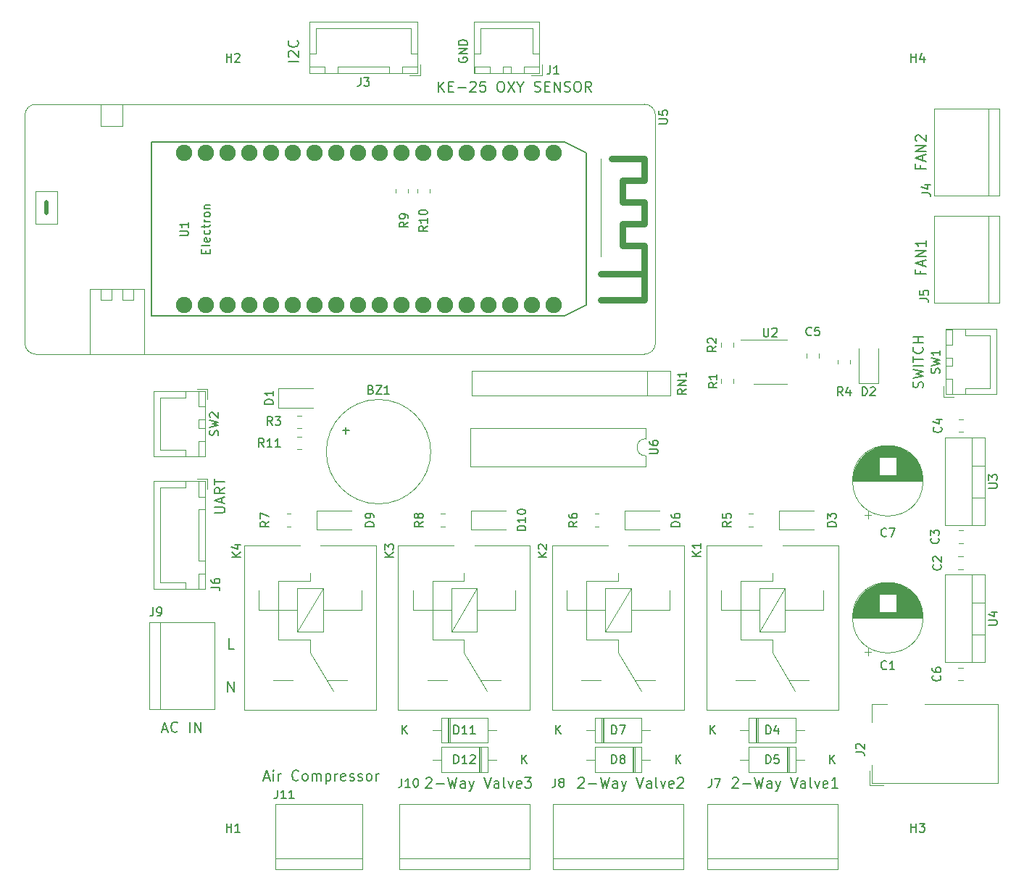
<source format=gbr>
%TF.GenerationSoftware,KiCad,Pcbnew,(5.99.0-10406-ge27733587d)*%
%TF.CreationDate,2021-05-19T17:56:25+05:30*%
%TF.ProjectId,OxiKit-Brainboard_v1,4f78694b-6974-42d4-9272-61696e626f61,rev?*%
%TF.SameCoordinates,Original*%
%TF.FileFunction,Legend,Top*%
%TF.FilePolarity,Positive*%
%FSLAX46Y46*%
G04 Gerber Fmt 4.6, Leading zero omitted, Abs format (unit mm)*
G04 Created by KiCad (PCBNEW (5.99.0-10406-ge27733587d)) date 2021-05-19 17:56:25*
%MOMM*%
%LPD*%
G01*
G04 APERTURE LIST*
%ADD10C,0.180000*%
%ADD11C,0.150000*%
%ADD12C,0.120000*%
%ADD13C,0.800000*%
%ADD14C,0.500000*%
%ADD15C,1.900000*%
G04 APERTURE END LIST*
D10*
X60121428Y-114042857D02*
X59550000Y-114042857D01*
X59550000Y-112842857D01*
X100357142Y-129207142D02*
X100414285Y-129150000D01*
X100528571Y-129092857D01*
X100814285Y-129092857D01*
X100928571Y-129150000D01*
X100985714Y-129207142D01*
X101042857Y-129321428D01*
X101042857Y-129435714D01*
X100985714Y-129607142D01*
X100300000Y-130292857D01*
X101042857Y-130292857D01*
X101557142Y-129835714D02*
X102471428Y-129835714D01*
X102928571Y-129092857D02*
X103214285Y-130292857D01*
X103442857Y-129435714D01*
X103671428Y-130292857D01*
X103957142Y-129092857D01*
X104928571Y-130292857D02*
X104928571Y-129664285D01*
X104871428Y-129550000D01*
X104757142Y-129492857D01*
X104528571Y-129492857D01*
X104414285Y-129550000D01*
X104928571Y-130235714D02*
X104814285Y-130292857D01*
X104528571Y-130292857D01*
X104414285Y-130235714D01*
X104357142Y-130121428D01*
X104357142Y-130007142D01*
X104414285Y-129892857D01*
X104528571Y-129835714D01*
X104814285Y-129835714D01*
X104928571Y-129778571D01*
X105385714Y-129492857D02*
X105671428Y-130292857D01*
X105957142Y-129492857D02*
X105671428Y-130292857D01*
X105557142Y-130578571D01*
X105500000Y-130635714D01*
X105385714Y-130692857D01*
X107157142Y-129092857D02*
X107557142Y-130292857D01*
X107957142Y-129092857D01*
X108871428Y-130292857D02*
X108871428Y-129664285D01*
X108814285Y-129550000D01*
X108700000Y-129492857D01*
X108471428Y-129492857D01*
X108357142Y-129550000D01*
X108871428Y-130235714D02*
X108757142Y-130292857D01*
X108471428Y-130292857D01*
X108357142Y-130235714D01*
X108300000Y-130121428D01*
X108300000Y-130007142D01*
X108357142Y-129892857D01*
X108471428Y-129835714D01*
X108757142Y-129835714D01*
X108871428Y-129778571D01*
X109614285Y-130292857D02*
X109500000Y-130235714D01*
X109442857Y-130121428D01*
X109442857Y-129092857D01*
X109957142Y-129492857D02*
X110242857Y-130292857D01*
X110528571Y-129492857D01*
X111442857Y-130235714D02*
X111328571Y-130292857D01*
X111100000Y-130292857D01*
X110985714Y-130235714D01*
X110928571Y-130121428D01*
X110928571Y-129664285D01*
X110985714Y-129550000D01*
X111100000Y-129492857D01*
X111328571Y-129492857D01*
X111442857Y-129550000D01*
X111500000Y-129664285D01*
X111500000Y-129778571D01*
X110928571Y-129892857D01*
X111957142Y-129207142D02*
X112014285Y-129150000D01*
X112128571Y-129092857D01*
X112414285Y-129092857D01*
X112528571Y-129150000D01*
X112585714Y-129207142D01*
X112642857Y-129321428D01*
X112642857Y-129435714D01*
X112585714Y-129607142D01*
X111900000Y-130292857D01*
X112642857Y-130292857D01*
X63642857Y-129100000D02*
X64214285Y-129100000D01*
X63528571Y-129442857D02*
X63928571Y-128242857D01*
X64328571Y-129442857D01*
X64728571Y-129442857D02*
X64728571Y-128642857D01*
X64728571Y-128242857D02*
X64671428Y-128300000D01*
X64728571Y-128357142D01*
X64785714Y-128300000D01*
X64728571Y-128242857D01*
X64728571Y-128357142D01*
X65300000Y-129442857D02*
X65300000Y-128642857D01*
X65300000Y-128871428D02*
X65357142Y-128757142D01*
X65414285Y-128700000D01*
X65528571Y-128642857D01*
X65642857Y-128642857D01*
X67642857Y-129328571D02*
X67585714Y-129385714D01*
X67414285Y-129442857D01*
X67300000Y-129442857D01*
X67128571Y-129385714D01*
X67014285Y-129271428D01*
X66957142Y-129157142D01*
X66900000Y-128928571D01*
X66900000Y-128757142D01*
X66957142Y-128528571D01*
X67014285Y-128414285D01*
X67128571Y-128300000D01*
X67300000Y-128242857D01*
X67414285Y-128242857D01*
X67585714Y-128300000D01*
X67642857Y-128357142D01*
X68328571Y-129442857D02*
X68214285Y-129385714D01*
X68157142Y-129328571D01*
X68100000Y-129214285D01*
X68100000Y-128871428D01*
X68157142Y-128757142D01*
X68214285Y-128700000D01*
X68328571Y-128642857D01*
X68500000Y-128642857D01*
X68614285Y-128700000D01*
X68671428Y-128757142D01*
X68728571Y-128871428D01*
X68728571Y-129214285D01*
X68671428Y-129328571D01*
X68614285Y-129385714D01*
X68500000Y-129442857D01*
X68328571Y-129442857D01*
X69242857Y-129442857D02*
X69242857Y-128642857D01*
X69242857Y-128757142D02*
X69300000Y-128700000D01*
X69414285Y-128642857D01*
X69585714Y-128642857D01*
X69700000Y-128700000D01*
X69757142Y-128814285D01*
X69757142Y-129442857D01*
X69757142Y-128814285D02*
X69814285Y-128700000D01*
X69928571Y-128642857D01*
X70100000Y-128642857D01*
X70214285Y-128700000D01*
X70271428Y-128814285D01*
X70271428Y-129442857D01*
X70842857Y-128642857D02*
X70842857Y-129842857D01*
X70842857Y-128700000D02*
X70957142Y-128642857D01*
X71185714Y-128642857D01*
X71300000Y-128700000D01*
X71357142Y-128757142D01*
X71414285Y-128871428D01*
X71414285Y-129214285D01*
X71357142Y-129328571D01*
X71300000Y-129385714D01*
X71185714Y-129442857D01*
X70957142Y-129442857D01*
X70842857Y-129385714D01*
X71928571Y-129442857D02*
X71928571Y-128642857D01*
X71928571Y-128871428D02*
X71985714Y-128757142D01*
X72042857Y-128700000D01*
X72157142Y-128642857D01*
X72271428Y-128642857D01*
X73128571Y-129385714D02*
X73014285Y-129442857D01*
X72785714Y-129442857D01*
X72671428Y-129385714D01*
X72614285Y-129271428D01*
X72614285Y-128814285D01*
X72671428Y-128700000D01*
X72785714Y-128642857D01*
X73014285Y-128642857D01*
X73128571Y-128700000D01*
X73185714Y-128814285D01*
X73185714Y-128928571D01*
X72614285Y-129042857D01*
X73642857Y-129385714D02*
X73757142Y-129442857D01*
X73985714Y-129442857D01*
X74100000Y-129385714D01*
X74157142Y-129271428D01*
X74157142Y-129214285D01*
X74100000Y-129100000D01*
X73985714Y-129042857D01*
X73814285Y-129042857D01*
X73700000Y-128985714D01*
X73642857Y-128871428D01*
X73642857Y-128814285D01*
X73700000Y-128700000D01*
X73814285Y-128642857D01*
X73985714Y-128642857D01*
X74100000Y-128700000D01*
X74614285Y-129385714D02*
X74728571Y-129442857D01*
X74957142Y-129442857D01*
X75071428Y-129385714D01*
X75128571Y-129271428D01*
X75128571Y-129214285D01*
X75071428Y-129100000D01*
X74957142Y-129042857D01*
X74785714Y-129042857D01*
X74671428Y-128985714D01*
X74614285Y-128871428D01*
X74614285Y-128814285D01*
X74671428Y-128700000D01*
X74785714Y-128642857D01*
X74957142Y-128642857D01*
X75071428Y-128700000D01*
X75814285Y-129442857D02*
X75700000Y-129385714D01*
X75642857Y-129328571D01*
X75585714Y-129214285D01*
X75585714Y-128871428D01*
X75642857Y-128757142D01*
X75700000Y-128700000D01*
X75814285Y-128642857D01*
X75985714Y-128642857D01*
X76100000Y-128700000D01*
X76157142Y-128757142D01*
X76214285Y-128871428D01*
X76214285Y-129214285D01*
X76157142Y-129328571D01*
X76100000Y-129385714D01*
X75985714Y-129442857D01*
X75814285Y-129442857D01*
X76728571Y-129442857D02*
X76728571Y-128642857D01*
X76728571Y-128871428D02*
X76785714Y-128757142D01*
X76842857Y-128700000D01*
X76957142Y-128642857D01*
X77071428Y-128642857D01*
D11*
X86400000Y-44961904D02*
X86352380Y-45057142D01*
X86352380Y-45200000D01*
X86400000Y-45342857D01*
X86495238Y-45438095D01*
X86590476Y-45485714D01*
X86780952Y-45533333D01*
X86923809Y-45533333D01*
X87114285Y-45485714D01*
X87209523Y-45438095D01*
X87304761Y-45342857D01*
X87352380Y-45200000D01*
X87352380Y-45104761D01*
X87304761Y-44961904D01*
X87257142Y-44914285D01*
X86923809Y-44914285D01*
X86923809Y-45104761D01*
X87352380Y-44485714D02*
X86352380Y-44485714D01*
X87352380Y-43914285D01*
X86352380Y-43914285D01*
X87352380Y-43438095D02*
X86352380Y-43438095D01*
X86352380Y-43200000D01*
X86400000Y-43057142D01*
X86495238Y-42961904D01*
X86590476Y-42914285D01*
X86780952Y-42866666D01*
X86923809Y-42866666D01*
X87114285Y-42914285D01*
X87209523Y-42961904D01*
X87304761Y-43057142D01*
X87352380Y-43200000D01*
X87352380Y-43438095D01*
D10*
X118357142Y-129207142D02*
X118414285Y-129150000D01*
X118528571Y-129092857D01*
X118814285Y-129092857D01*
X118928571Y-129150000D01*
X118985714Y-129207142D01*
X119042857Y-129321428D01*
X119042857Y-129435714D01*
X118985714Y-129607142D01*
X118300000Y-130292857D01*
X119042857Y-130292857D01*
X119557142Y-129835714D02*
X120471428Y-129835714D01*
X120928571Y-129092857D02*
X121214285Y-130292857D01*
X121442857Y-129435714D01*
X121671428Y-130292857D01*
X121957142Y-129092857D01*
X122928571Y-130292857D02*
X122928571Y-129664285D01*
X122871428Y-129550000D01*
X122757142Y-129492857D01*
X122528571Y-129492857D01*
X122414285Y-129550000D01*
X122928571Y-130235714D02*
X122814285Y-130292857D01*
X122528571Y-130292857D01*
X122414285Y-130235714D01*
X122357142Y-130121428D01*
X122357142Y-130007142D01*
X122414285Y-129892857D01*
X122528571Y-129835714D01*
X122814285Y-129835714D01*
X122928571Y-129778571D01*
X123385714Y-129492857D02*
X123671428Y-130292857D01*
X123957142Y-129492857D02*
X123671428Y-130292857D01*
X123557142Y-130578571D01*
X123500000Y-130635714D01*
X123385714Y-130692857D01*
X125157142Y-129092857D02*
X125557142Y-130292857D01*
X125957142Y-129092857D01*
X126871428Y-130292857D02*
X126871428Y-129664285D01*
X126814285Y-129550000D01*
X126700000Y-129492857D01*
X126471428Y-129492857D01*
X126357142Y-129550000D01*
X126871428Y-130235714D02*
X126757142Y-130292857D01*
X126471428Y-130292857D01*
X126357142Y-130235714D01*
X126300000Y-130121428D01*
X126300000Y-130007142D01*
X126357142Y-129892857D01*
X126471428Y-129835714D01*
X126757142Y-129835714D01*
X126871428Y-129778571D01*
X127614285Y-130292857D02*
X127500000Y-130235714D01*
X127442857Y-130121428D01*
X127442857Y-129092857D01*
X127957142Y-129492857D02*
X128242857Y-130292857D01*
X128528571Y-129492857D01*
X129442857Y-130235714D02*
X129328571Y-130292857D01*
X129100000Y-130292857D01*
X128985714Y-130235714D01*
X128928571Y-130121428D01*
X128928571Y-129664285D01*
X128985714Y-129550000D01*
X129100000Y-129492857D01*
X129328571Y-129492857D01*
X129442857Y-129550000D01*
X129500000Y-129664285D01*
X129500000Y-129778571D01*
X128928571Y-129892857D01*
X130642857Y-130292857D02*
X129957142Y-130292857D01*
X130300000Y-130292857D02*
X130300000Y-129092857D01*
X130185714Y-129264285D01*
X130071428Y-129378571D01*
X129957142Y-129435714D01*
X140585714Y-83500000D02*
X140642857Y-83328571D01*
X140642857Y-83042857D01*
X140585714Y-82928571D01*
X140528571Y-82871428D01*
X140414285Y-82814285D01*
X140300000Y-82814285D01*
X140185714Y-82871428D01*
X140128571Y-82928571D01*
X140071428Y-83042857D01*
X140014285Y-83271428D01*
X139957142Y-83385714D01*
X139900000Y-83442857D01*
X139785714Y-83500000D01*
X139671428Y-83500000D01*
X139557142Y-83442857D01*
X139500000Y-83385714D01*
X139442857Y-83271428D01*
X139442857Y-82985714D01*
X139500000Y-82814285D01*
X139442857Y-82414285D02*
X140642857Y-82128571D01*
X139785714Y-81900000D01*
X140642857Y-81671428D01*
X139442857Y-81385714D01*
X140642857Y-80928571D02*
X139442857Y-80928571D01*
X139442857Y-80528571D02*
X139442857Y-79842857D01*
X140642857Y-80185714D02*
X139442857Y-80185714D01*
X140528571Y-78757142D02*
X140585714Y-78814285D01*
X140642857Y-78985714D01*
X140642857Y-79100000D01*
X140585714Y-79271428D01*
X140471428Y-79385714D01*
X140357142Y-79442857D01*
X140128571Y-79500000D01*
X139957142Y-79500000D01*
X139728571Y-79442857D01*
X139614285Y-79385714D01*
X139500000Y-79271428D01*
X139442857Y-79100000D01*
X139442857Y-78985714D01*
X139500000Y-78814285D01*
X139557142Y-78757142D01*
X140642857Y-78242857D02*
X139442857Y-78242857D01*
X140014285Y-78242857D02*
X140014285Y-77557142D01*
X140642857Y-77557142D02*
X139442857Y-77557142D01*
X140314285Y-69842857D02*
X140314285Y-70242857D01*
X140942857Y-70242857D02*
X139742857Y-70242857D01*
X139742857Y-69671428D01*
X140600000Y-69271428D02*
X140600000Y-68700000D01*
X140942857Y-69385714D02*
X139742857Y-68985714D01*
X140942857Y-68585714D01*
X140942857Y-68185714D02*
X139742857Y-68185714D01*
X140942857Y-67500000D01*
X139742857Y-67500000D01*
X140942857Y-66300000D02*
X140942857Y-66985714D01*
X140942857Y-66642857D02*
X139742857Y-66642857D01*
X139914285Y-66757142D01*
X140028571Y-66871428D01*
X140085714Y-66985714D01*
X83985714Y-48942857D02*
X83985714Y-47742857D01*
X84671428Y-48942857D02*
X84157142Y-48257142D01*
X84671428Y-47742857D02*
X83985714Y-48428571D01*
X85185714Y-48314285D02*
X85585714Y-48314285D01*
X85757142Y-48942857D02*
X85185714Y-48942857D01*
X85185714Y-47742857D01*
X85757142Y-47742857D01*
X86271428Y-48485714D02*
X87185714Y-48485714D01*
X87700000Y-47857142D02*
X87757142Y-47800000D01*
X87871428Y-47742857D01*
X88157142Y-47742857D01*
X88271428Y-47800000D01*
X88328571Y-47857142D01*
X88385714Y-47971428D01*
X88385714Y-48085714D01*
X88328571Y-48257142D01*
X87642857Y-48942857D01*
X88385714Y-48942857D01*
X89471428Y-47742857D02*
X88900000Y-47742857D01*
X88842857Y-48314285D01*
X88900000Y-48257142D01*
X89014285Y-48200000D01*
X89300000Y-48200000D01*
X89414285Y-48257142D01*
X89471428Y-48314285D01*
X89528571Y-48428571D01*
X89528571Y-48714285D01*
X89471428Y-48828571D01*
X89414285Y-48885714D01*
X89300000Y-48942857D01*
X89014285Y-48942857D01*
X88900000Y-48885714D01*
X88842857Y-48828571D01*
X91185714Y-47742857D02*
X91414285Y-47742857D01*
X91528571Y-47800000D01*
X91642857Y-47914285D01*
X91700000Y-48142857D01*
X91700000Y-48542857D01*
X91642857Y-48771428D01*
X91528571Y-48885714D01*
X91414285Y-48942857D01*
X91185714Y-48942857D01*
X91071428Y-48885714D01*
X90957142Y-48771428D01*
X90900000Y-48542857D01*
X90900000Y-48142857D01*
X90957142Y-47914285D01*
X91071428Y-47800000D01*
X91185714Y-47742857D01*
X92100000Y-47742857D02*
X92900000Y-48942857D01*
X92900000Y-47742857D02*
X92100000Y-48942857D01*
X93585714Y-48371428D02*
X93585714Y-48942857D01*
X93185714Y-47742857D02*
X93585714Y-48371428D01*
X93985714Y-47742857D01*
X95242857Y-48885714D02*
X95414285Y-48942857D01*
X95700000Y-48942857D01*
X95814285Y-48885714D01*
X95871428Y-48828571D01*
X95928571Y-48714285D01*
X95928571Y-48600000D01*
X95871428Y-48485714D01*
X95814285Y-48428571D01*
X95700000Y-48371428D01*
X95471428Y-48314285D01*
X95357142Y-48257142D01*
X95300000Y-48200000D01*
X95242857Y-48085714D01*
X95242857Y-47971428D01*
X95300000Y-47857142D01*
X95357142Y-47800000D01*
X95471428Y-47742857D01*
X95757142Y-47742857D01*
X95928571Y-47800000D01*
X96442857Y-48314285D02*
X96842857Y-48314285D01*
X97014285Y-48942857D02*
X96442857Y-48942857D01*
X96442857Y-47742857D01*
X97014285Y-47742857D01*
X97528571Y-48942857D02*
X97528571Y-47742857D01*
X98214285Y-48942857D01*
X98214285Y-47742857D01*
X98728571Y-48885714D02*
X98900000Y-48942857D01*
X99185714Y-48942857D01*
X99300000Y-48885714D01*
X99357142Y-48828571D01*
X99414285Y-48714285D01*
X99414285Y-48600000D01*
X99357142Y-48485714D01*
X99300000Y-48428571D01*
X99185714Y-48371428D01*
X98957142Y-48314285D01*
X98842857Y-48257142D01*
X98785714Y-48200000D01*
X98728571Y-48085714D01*
X98728571Y-47971428D01*
X98785714Y-47857142D01*
X98842857Y-47800000D01*
X98957142Y-47742857D01*
X99242857Y-47742857D01*
X99414285Y-47800000D01*
X100157142Y-47742857D02*
X100385714Y-47742857D01*
X100500000Y-47800000D01*
X100614285Y-47914285D01*
X100671428Y-48142857D01*
X100671428Y-48542857D01*
X100614285Y-48771428D01*
X100500000Y-48885714D01*
X100385714Y-48942857D01*
X100157142Y-48942857D01*
X100042857Y-48885714D01*
X99928571Y-48771428D01*
X99871428Y-48542857D01*
X99871428Y-48142857D01*
X99928571Y-47914285D01*
X100042857Y-47800000D01*
X100157142Y-47742857D01*
X101871428Y-48942857D02*
X101471428Y-48371428D01*
X101185714Y-48942857D02*
X101185714Y-47742857D01*
X101642857Y-47742857D01*
X101757142Y-47800000D01*
X101814285Y-47857142D01*
X101871428Y-47971428D01*
X101871428Y-48142857D01*
X101814285Y-48257142D01*
X101757142Y-48314285D01*
X101642857Y-48371428D01*
X101185714Y-48371428D01*
X140314285Y-57542857D02*
X140314285Y-57942857D01*
X140942857Y-57942857D02*
X139742857Y-57942857D01*
X139742857Y-57371428D01*
X140600000Y-56971428D02*
X140600000Y-56400000D01*
X140942857Y-57085714D02*
X139742857Y-56685714D01*
X140942857Y-56285714D01*
X140942857Y-55885714D02*
X139742857Y-55885714D01*
X140942857Y-55200000D01*
X139742857Y-55200000D01*
X139857142Y-54685714D02*
X139800000Y-54628571D01*
X139742857Y-54514285D01*
X139742857Y-54228571D01*
X139800000Y-54114285D01*
X139857142Y-54057142D01*
X139971428Y-54000000D01*
X140085714Y-54000000D01*
X140257142Y-54057142D01*
X140942857Y-54742857D01*
X140942857Y-54000000D01*
X82557142Y-129207142D02*
X82614285Y-129150000D01*
X82728571Y-129092857D01*
X83014285Y-129092857D01*
X83128571Y-129150000D01*
X83185714Y-129207142D01*
X83242857Y-129321428D01*
X83242857Y-129435714D01*
X83185714Y-129607142D01*
X82500000Y-130292857D01*
X83242857Y-130292857D01*
X83757142Y-129835714D02*
X84671428Y-129835714D01*
X85128571Y-129092857D02*
X85414285Y-130292857D01*
X85642857Y-129435714D01*
X85871428Y-130292857D01*
X86157142Y-129092857D01*
X87128571Y-130292857D02*
X87128571Y-129664285D01*
X87071428Y-129550000D01*
X86957142Y-129492857D01*
X86728571Y-129492857D01*
X86614285Y-129550000D01*
X87128571Y-130235714D02*
X87014285Y-130292857D01*
X86728571Y-130292857D01*
X86614285Y-130235714D01*
X86557142Y-130121428D01*
X86557142Y-130007142D01*
X86614285Y-129892857D01*
X86728571Y-129835714D01*
X87014285Y-129835714D01*
X87128571Y-129778571D01*
X87585714Y-129492857D02*
X87871428Y-130292857D01*
X88157142Y-129492857D02*
X87871428Y-130292857D01*
X87757142Y-130578571D01*
X87700000Y-130635714D01*
X87585714Y-130692857D01*
X89357142Y-129092857D02*
X89757142Y-130292857D01*
X90157142Y-129092857D01*
X91071428Y-130292857D02*
X91071428Y-129664285D01*
X91014285Y-129550000D01*
X90900000Y-129492857D01*
X90671428Y-129492857D01*
X90557142Y-129550000D01*
X91071428Y-130235714D02*
X90957142Y-130292857D01*
X90671428Y-130292857D01*
X90557142Y-130235714D01*
X90500000Y-130121428D01*
X90500000Y-130007142D01*
X90557142Y-129892857D01*
X90671428Y-129835714D01*
X90957142Y-129835714D01*
X91071428Y-129778571D01*
X91814285Y-130292857D02*
X91700000Y-130235714D01*
X91642857Y-130121428D01*
X91642857Y-129092857D01*
X92157142Y-129492857D02*
X92442857Y-130292857D01*
X92728571Y-129492857D01*
X93642857Y-130235714D02*
X93528571Y-130292857D01*
X93300000Y-130292857D01*
X93185714Y-130235714D01*
X93128571Y-130121428D01*
X93128571Y-129664285D01*
X93185714Y-129550000D01*
X93300000Y-129492857D01*
X93528571Y-129492857D01*
X93642857Y-129550000D01*
X93700000Y-129664285D01*
X93700000Y-129778571D01*
X93128571Y-129892857D01*
X94100000Y-129092857D02*
X94842857Y-129092857D01*
X94442857Y-129550000D01*
X94614285Y-129550000D01*
X94728571Y-129607142D01*
X94785714Y-129664285D01*
X94842857Y-129778571D01*
X94842857Y-130064285D01*
X94785714Y-130178571D01*
X94728571Y-130235714D01*
X94614285Y-130292857D01*
X94271428Y-130292857D01*
X94157142Y-130235714D01*
X94100000Y-130178571D01*
X59407142Y-119042857D02*
X59407142Y-117842857D01*
X60092857Y-119042857D01*
X60092857Y-117842857D01*
X51742857Y-123450000D02*
X52314285Y-123450000D01*
X51628571Y-123792857D02*
X52028571Y-122592857D01*
X52428571Y-123792857D01*
X53514285Y-123678571D02*
X53457142Y-123735714D01*
X53285714Y-123792857D01*
X53171428Y-123792857D01*
X53000000Y-123735714D01*
X52885714Y-123621428D01*
X52828571Y-123507142D01*
X52771428Y-123278571D01*
X52771428Y-123107142D01*
X52828571Y-122878571D01*
X52885714Y-122764285D01*
X53000000Y-122650000D01*
X53171428Y-122592857D01*
X53285714Y-122592857D01*
X53457142Y-122650000D01*
X53514285Y-122707142D01*
X54942857Y-123792857D02*
X54942857Y-122592857D01*
X55514285Y-123792857D02*
X55514285Y-122592857D01*
X56200000Y-123792857D01*
X56200000Y-122592857D01*
X57842857Y-98164285D02*
X58814285Y-98164285D01*
X58928571Y-98107142D01*
X58985714Y-98050000D01*
X59042857Y-97935714D01*
X59042857Y-97707142D01*
X58985714Y-97592857D01*
X58928571Y-97535714D01*
X58814285Y-97478571D01*
X57842857Y-97478571D01*
X58700000Y-96964285D02*
X58700000Y-96392857D01*
X59042857Y-97078571D02*
X57842857Y-96678571D01*
X59042857Y-96278571D01*
X59042857Y-95192857D02*
X58471428Y-95592857D01*
X59042857Y-95878571D02*
X57842857Y-95878571D01*
X57842857Y-95421428D01*
X57900000Y-95307142D01*
X57957142Y-95250000D01*
X58071428Y-95192857D01*
X58242857Y-95192857D01*
X58357142Y-95250000D01*
X58414285Y-95307142D01*
X58471428Y-95421428D01*
X58471428Y-95878571D01*
X57842857Y-94850000D02*
X57842857Y-94164285D01*
X59042857Y-94507142D02*
X57842857Y-94507142D01*
X67642857Y-45371428D02*
X66442857Y-45371428D01*
X66557142Y-44857142D02*
X66500000Y-44800000D01*
X66442857Y-44685714D01*
X66442857Y-44400000D01*
X66500000Y-44285714D01*
X66557142Y-44228571D01*
X66671428Y-44171428D01*
X66785714Y-44171428D01*
X66957142Y-44228571D01*
X67642857Y-44914285D01*
X67642857Y-44171428D01*
X67528571Y-42971428D02*
X67585714Y-43028571D01*
X67642857Y-43200000D01*
X67642857Y-43314285D01*
X67585714Y-43485714D01*
X67471428Y-43600000D01*
X67357142Y-43657142D01*
X67128571Y-43714285D01*
X66957142Y-43714285D01*
X66728571Y-43657142D01*
X66614285Y-43600000D01*
X66500000Y-43485714D01*
X66442857Y-43314285D01*
X66442857Y-43200000D01*
X66500000Y-43028571D01*
X66557142Y-42971428D01*
D11*
%TO.C,SW2*%
X58229761Y-89083333D02*
X58277380Y-88940476D01*
X58277380Y-88702380D01*
X58229761Y-88607142D01*
X58182142Y-88559523D01*
X58086904Y-88511904D01*
X57991666Y-88511904D01*
X57896428Y-88559523D01*
X57848809Y-88607142D01*
X57801190Y-88702380D01*
X57753571Y-88892857D01*
X57705952Y-88988095D01*
X57658333Y-89035714D01*
X57563095Y-89083333D01*
X57467857Y-89083333D01*
X57372619Y-89035714D01*
X57325000Y-88988095D01*
X57277380Y-88892857D01*
X57277380Y-88654761D01*
X57325000Y-88511904D01*
X57277380Y-88178571D02*
X58277380Y-87940476D01*
X57563095Y-87750000D01*
X58277380Y-87559523D01*
X57277380Y-87321428D01*
X57372619Y-86988095D02*
X57325000Y-86940476D01*
X57277380Y-86845238D01*
X57277380Y-86607142D01*
X57325000Y-86511904D01*
X57372619Y-86464285D01*
X57467857Y-86416666D01*
X57563095Y-86416666D01*
X57705952Y-86464285D01*
X58277380Y-87035714D01*
X58277380Y-86416666D01*
%TO.C,R11*%
X63607142Y-90452380D02*
X63273809Y-89976190D01*
X63035714Y-90452380D02*
X63035714Y-89452380D01*
X63416666Y-89452380D01*
X63511904Y-89500000D01*
X63559523Y-89547619D01*
X63607142Y-89642857D01*
X63607142Y-89785714D01*
X63559523Y-89880952D01*
X63511904Y-89928571D01*
X63416666Y-89976190D01*
X63035714Y-89976190D01*
X64559523Y-90452380D02*
X63988095Y-90452380D01*
X64273809Y-90452380D02*
X64273809Y-89452380D01*
X64178571Y-89595238D01*
X64083333Y-89690476D01*
X63988095Y-89738095D01*
X65511904Y-90452380D02*
X64940476Y-90452380D01*
X65226190Y-90452380D02*
X65226190Y-89452380D01*
X65130952Y-89595238D01*
X65035714Y-89690476D01*
X64940476Y-89738095D01*
%TO.C,R10*%
X82702380Y-64642857D02*
X82226190Y-64976190D01*
X82702380Y-65214285D02*
X81702380Y-65214285D01*
X81702380Y-64833333D01*
X81750000Y-64738095D01*
X81797619Y-64690476D01*
X81892857Y-64642857D01*
X82035714Y-64642857D01*
X82130952Y-64690476D01*
X82178571Y-64738095D01*
X82226190Y-64833333D01*
X82226190Y-65214285D01*
X82702380Y-63690476D02*
X82702380Y-64261904D01*
X82702380Y-63976190D02*
X81702380Y-63976190D01*
X81845238Y-64071428D01*
X81940476Y-64166666D01*
X81988095Y-64261904D01*
X81702380Y-63071428D02*
X81702380Y-62976190D01*
X81750000Y-62880952D01*
X81797619Y-62833333D01*
X81892857Y-62785714D01*
X82083333Y-62738095D01*
X82321428Y-62738095D01*
X82511904Y-62785714D01*
X82607142Y-62833333D01*
X82654761Y-62880952D01*
X82702380Y-62976190D01*
X82702380Y-63071428D01*
X82654761Y-63166666D01*
X82607142Y-63214285D01*
X82511904Y-63261904D01*
X82321428Y-63309523D01*
X82083333Y-63309523D01*
X81892857Y-63261904D01*
X81797619Y-63214285D01*
X81750000Y-63166666D01*
X81702380Y-63071428D01*
%TO.C,R9*%
X80452380Y-64166666D02*
X79976190Y-64500000D01*
X80452380Y-64738095D02*
X79452380Y-64738095D01*
X79452380Y-64357142D01*
X79500000Y-64261904D01*
X79547619Y-64214285D01*
X79642857Y-64166666D01*
X79785714Y-64166666D01*
X79880952Y-64214285D01*
X79928571Y-64261904D01*
X79976190Y-64357142D01*
X79976190Y-64738095D01*
X80452380Y-63690476D02*
X80452380Y-63500000D01*
X80404761Y-63404761D01*
X80357142Y-63357142D01*
X80214285Y-63261904D01*
X80023809Y-63214285D01*
X79642857Y-63214285D01*
X79547619Y-63261904D01*
X79500000Y-63309523D01*
X79452380Y-63404761D01*
X79452380Y-63595238D01*
X79500000Y-63690476D01*
X79547619Y-63738095D01*
X79642857Y-63785714D01*
X79880952Y-63785714D01*
X79976190Y-63738095D01*
X80023809Y-63690476D01*
X80071428Y-63595238D01*
X80071428Y-63404761D01*
X80023809Y-63309523D01*
X79976190Y-63261904D01*
X79880952Y-63214285D01*
%TO.C,R2*%
X116452380Y-78666666D02*
X115976190Y-79000000D01*
X116452380Y-79238095D02*
X115452380Y-79238095D01*
X115452380Y-78857142D01*
X115500000Y-78761904D01*
X115547619Y-78714285D01*
X115642857Y-78666666D01*
X115785714Y-78666666D01*
X115880952Y-78714285D01*
X115928571Y-78761904D01*
X115976190Y-78857142D01*
X115976190Y-79238095D01*
X115547619Y-78285714D02*
X115500000Y-78238095D01*
X115452380Y-78142857D01*
X115452380Y-77904761D01*
X115500000Y-77809523D01*
X115547619Y-77761904D01*
X115642857Y-77714285D01*
X115738095Y-77714285D01*
X115880952Y-77761904D01*
X116452380Y-78333333D01*
X116452380Y-77714285D01*
%TO.C,R1*%
X116552380Y-82916666D02*
X116076190Y-83250000D01*
X116552380Y-83488095D02*
X115552380Y-83488095D01*
X115552380Y-83107142D01*
X115600000Y-83011904D01*
X115647619Y-82964285D01*
X115742857Y-82916666D01*
X115885714Y-82916666D01*
X115980952Y-82964285D01*
X116028571Y-83011904D01*
X116076190Y-83107142D01*
X116076190Y-83488095D01*
X116552380Y-81964285D02*
X116552380Y-82535714D01*
X116552380Y-82250000D02*
X115552380Y-82250000D01*
X115695238Y-82345238D01*
X115790476Y-82440476D01*
X115838095Y-82535714D01*
%TO.C,C1*%
X136333333Y-116357142D02*
X136285714Y-116404761D01*
X136142857Y-116452380D01*
X136047619Y-116452380D01*
X135904761Y-116404761D01*
X135809523Y-116309523D01*
X135761904Y-116214285D01*
X135714285Y-116023809D01*
X135714285Y-115880952D01*
X135761904Y-115690476D01*
X135809523Y-115595238D01*
X135904761Y-115500000D01*
X136047619Y-115452380D01*
X136142857Y-115452380D01*
X136285714Y-115500000D01*
X136333333Y-115547619D01*
X137285714Y-116452380D02*
X136714285Y-116452380D01*
X137000000Y-116452380D02*
X137000000Y-115452380D01*
X136904761Y-115595238D01*
X136809523Y-115690476D01*
X136714285Y-115738095D01*
%TO.C,D12*%
X85815714Y-127452380D02*
X85815714Y-126452380D01*
X86053809Y-126452380D01*
X86196666Y-126500000D01*
X86291904Y-126595238D01*
X86339523Y-126690476D01*
X86387142Y-126880952D01*
X86387142Y-127023809D01*
X86339523Y-127214285D01*
X86291904Y-127309523D01*
X86196666Y-127404761D01*
X86053809Y-127452380D01*
X85815714Y-127452380D01*
X87339523Y-127452380D02*
X86768095Y-127452380D01*
X87053809Y-127452380D02*
X87053809Y-126452380D01*
X86958571Y-126595238D01*
X86863333Y-126690476D01*
X86768095Y-126738095D01*
X87720476Y-126547619D02*
X87768095Y-126500000D01*
X87863333Y-126452380D01*
X88101428Y-126452380D01*
X88196666Y-126500000D01*
X88244285Y-126547619D01*
X88291904Y-126642857D01*
X88291904Y-126738095D01*
X88244285Y-126880952D01*
X87672857Y-127452380D01*
X88291904Y-127452380D01*
X93768095Y-127452380D02*
X93768095Y-126452380D01*
X94339523Y-127452380D02*
X93910952Y-126880952D01*
X94339523Y-126452380D02*
X93768095Y-127023809D01*
%TO.C,J11*%
X65190476Y-130552380D02*
X65190476Y-131266666D01*
X65142857Y-131409523D01*
X65047619Y-131504761D01*
X64904761Y-131552380D01*
X64809523Y-131552380D01*
X66190476Y-131552380D02*
X65619047Y-131552380D01*
X65904761Y-131552380D02*
X65904761Y-130552380D01*
X65809523Y-130695238D01*
X65714285Y-130790476D01*
X65619047Y-130838095D01*
X67142857Y-131552380D02*
X66571428Y-131552380D01*
X66857142Y-131552380D02*
X66857142Y-130552380D01*
X66761904Y-130695238D01*
X66666666Y-130790476D01*
X66571428Y-130838095D01*
%TO.C,K4*%
X60852380Y-103338095D02*
X59852380Y-103338095D01*
X60852380Y-102766666D02*
X60280952Y-103195238D01*
X59852380Y-102766666D02*
X60423809Y-103338095D01*
X60185714Y-101909523D02*
X60852380Y-101909523D01*
X59804761Y-102147619D02*
X60519047Y-102385714D01*
X60519047Y-101766666D01*
%TO.C,H3*%
X139238095Y-135452380D02*
X139238095Y-134452380D01*
X139238095Y-134928571D02*
X139809523Y-134928571D01*
X139809523Y-135452380D02*
X139809523Y-134452380D01*
X140190476Y-134452380D02*
X140809523Y-134452380D01*
X140476190Y-134833333D01*
X140619047Y-134833333D01*
X140714285Y-134880952D01*
X140761904Y-134928571D01*
X140809523Y-135023809D01*
X140809523Y-135261904D01*
X140761904Y-135357142D01*
X140714285Y-135404761D01*
X140619047Y-135452380D01*
X140333333Y-135452380D01*
X140238095Y-135404761D01*
X140190476Y-135357142D01*
%TO.C,C3*%
X142412142Y-101126666D02*
X142459761Y-101174285D01*
X142507380Y-101317142D01*
X142507380Y-101412380D01*
X142459761Y-101555238D01*
X142364523Y-101650476D01*
X142269285Y-101698095D01*
X142078809Y-101745714D01*
X141935952Y-101745714D01*
X141745476Y-101698095D01*
X141650238Y-101650476D01*
X141555000Y-101555238D01*
X141507380Y-101412380D01*
X141507380Y-101317142D01*
X141555000Y-101174285D01*
X141602619Y-101126666D01*
X141507380Y-100793333D02*
X141507380Y-100174285D01*
X141888333Y-100507619D01*
X141888333Y-100364761D01*
X141935952Y-100269523D01*
X141983571Y-100221904D01*
X142078809Y-100174285D01*
X142316904Y-100174285D01*
X142412142Y-100221904D01*
X142459761Y-100269523D01*
X142507380Y-100364761D01*
X142507380Y-100650476D01*
X142459761Y-100745714D01*
X142412142Y-100793333D01*
%TO.C,D4*%
X122261904Y-124002380D02*
X122261904Y-123002380D01*
X122500000Y-123002380D01*
X122642857Y-123050000D01*
X122738095Y-123145238D01*
X122785714Y-123240476D01*
X122833333Y-123430952D01*
X122833333Y-123573809D01*
X122785714Y-123764285D01*
X122738095Y-123859523D01*
X122642857Y-123954761D01*
X122500000Y-124002380D01*
X122261904Y-124002380D01*
X123690476Y-123335714D02*
X123690476Y-124002380D01*
X123452380Y-122954761D02*
X123214285Y-123669047D01*
X123833333Y-123669047D01*
X115738095Y-124002380D02*
X115738095Y-123002380D01*
X116309523Y-124002380D02*
X115880952Y-123430952D01*
X116309523Y-123002380D02*
X115738095Y-123573809D01*
%TO.C,J9*%
X50666666Y-109202380D02*
X50666666Y-109916666D01*
X50619047Y-110059523D01*
X50523809Y-110154761D01*
X50380952Y-110202380D01*
X50285714Y-110202380D01*
X51190476Y-110202380D02*
X51380952Y-110202380D01*
X51476190Y-110154761D01*
X51523809Y-110107142D01*
X51619047Y-109964285D01*
X51666666Y-109773809D01*
X51666666Y-109392857D01*
X51619047Y-109297619D01*
X51571428Y-109250000D01*
X51476190Y-109202380D01*
X51285714Y-109202380D01*
X51190476Y-109250000D01*
X51142857Y-109297619D01*
X51095238Y-109392857D01*
X51095238Y-109630952D01*
X51142857Y-109726190D01*
X51190476Y-109773809D01*
X51285714Y-109821428D01*
X51476190Y-109821428D01*
X51571428Y-109773809D01*
X51619047Y-109726190D01*
X51666666Y-109630952D01*
%TO.C,K3*%
X78752380Y-103338095D02*
X77752380Y-103338095D01*
X78752380Y-102766666D02*
X78180952Y-103195238D01*
X77752380Y-102766666D02*
X78323809Y-103338095D01*
X77752380Y-102433333D02*
X77752380Y-101814285D01*
X78133333Y-102147619D01*
X78133333Y-102004761D01*
X78180952Y-101909523D01*
X78228571Y-101861904D01*
X78323809Y-101814285D01*
X78561904Y-101814285D01*
X78657142Y-101861904D01*
X78704761Y-101909523D01*
X78752380Y-102004761D01*
X78752380Y-102290476D01*
X78704761Y-102385714D01*
X78657142Y-102433333D01*
%TO.C,BZ1*%
X76119047Y-83728571D02*
X76261904Y-83776190D01*
X76309523Y-83823809D01*
X76357142Y-83919047D01*
X76357142Y-84061904D01*
X76309523Y-84157142D01*
X76261904Y-84204761D01*
X76166666Y-84252380D01*
X75785714Y-84252380D01*
X75785714Y-83252380D01*
X76119047Y-83252380D01*
X76214285Y-83300000D01*
X76261904Y-83347619D01*
X76309523Y-83442857D01*
X76309523Y-83538095D01*
X76261904Y-83633333D01*
X76214285Y-83680952D01*
X76119047Y-83728571D01*
X75785714Y-83728571D01*
X76690476Y-83252380D02*
X77357142Y-83252380D01*
X76690476Y-84252380D01*
X77357142Y-84252380D01*
X78261904Y-84252380D02*
X77690476Y-84252380D01*
X77976190Y-84252380D02*
X77976190Y-83252380D01*
X77880952Y-83395238D01*
X77785714Y-83490476D01*
X77690476Y-83538095D01*
X72809047Y-88531428D02*
X73570952Y-88531428D01*
X73190000Y-88912380D02*
X73190000Y-88150476D01*
%TO.C,U5*%
X109752380Y-52661904D02*
X110561904Y-52661904D01*
X110657142Y-52614285D01*
X110704761Y-52566666D01*
X110752380Y-52471428D01*
X110752380Y-52280952D01*
X110704761Y-52185714D01*
X110657142Y-52138095D01*
X110561904Y-52090476D01*
X109752380Y-52090476D01*
X109752380Y-51138095D02*
X109752380Y-51614285D01*
X110228571Y-51661904D01*
X110180952Y-51614285D01*
X110133333Y-51519047D01*
X110133333Y-51280952D01*
X110180952Y-51185714D01*
X110228571Y-51138095D01*
X110323809Y-51090476D01*
X110561904Y-51090476D01*
X110657142Y-51138095D01*
X110704761Y-51185714D01*
X110752380Y-51280952D01*
X110752380Y-51519047D01*
X110704761Y-51614285D01*
X110657142Y-51661904D01*
%TO.C,U2*%
X121988095Y-76552380D02*
X121988095Y-77361904D01*
X122035714Y-77457142D01*
X122083333Y-77504761D01*
X122178571Y-77552380D01*
X122369047Y-77552380D01*
X122464285Y-77504761D01*
X122511904Y-77457142D01*
X122559523Y-77361904D01*
X122559523Y-76552380D01*
X122988095Y-76647619D02*
X123035714Y-76600000D01*
X123130952Y-76552380D01*
X123369047Y-76552380D01*
X123464285Y-76600000D01*
X123511904Y-76647619D01*
X123559523Y-76742857D01*
X123559523Y-76838095D01*
X123511904Y-76980952D01*
X122940476Y-77552380D01*
X123559523Y-77552380D01*
%TO.C,D9*%
X76452380Y-99738095D02*
X75452380Y-99738095D01*
X75452380Y-99500000D01*
X75500000Y-99357142D01*
X75595238Y-99261904D01*
X75690476Y-99214285D01*
X75880952Y-99166666D01*
X76023809Y-99166666D01*
X76214285Y-99214285D01*
X76309523Y-99261904D01*
X76404761Y-99357142D01*
X76452380Y-99500000D01*
X76452380Y-99738095D01*
X76452380Y-98690476D02*
X76452380Y-98500000D01*
X76404761Y-98404761D01*
X76357142Y-98357142D01*
X76214285Y-98261904D01*
X76023809Y-98214285D01*
X75642857Y-98214285D01*
X75547619Y-98261904D01*
X75500000Y-98309523D01*
X75452380Y-98404761D01*
X75452380Y-98595238D01*
X75500000Y-98690476D01*
X75547619Y-98738095D01*
X75642857Y-98785714D01*
X75880952Y-98785714D01*
X75976190Y-98738095D01*
X76023809Y-98690476D01*
X76071428Y-98595238D01*
X76071428Y-98404761D01*
X76023809Y-98309523D01*
X75976190Y-98261904D01*
X75880952Y-98214285D01*
%TO.C,D8*%
X104261904Y-127452380D02*
X104261904Y-126452380D01*
X104500000Y-126452380D01*
X104642857Y-126500000D01*
X104738095Y-126595238D01*
X104785714Y-126690476D01*
X104833333Y-126880952D01*
X104833333Y-127023809D01*
X104785714Y-127214285D01*
X104738095Y-127309523D01*
X104642857Y-127404761D01*
X104500000Y-127452380D01*
X104261904Y-127452380D01*
X105404761Y-126880952D02*
X105309523Y-126833333D01*
X105261904Y-126785714D01*
X105214285Y-126690476D01*
X105214285Y-126642857D01*
X105261904Y-126547619D01*
X105309523Y-126500000D01*
X105404761Y-126452380D01*
X105595238Y-126452380D01*
X105690476Y-126500000D01*
X105738095Y-126547619D01*
X105785714Y-126642857D01*
X105785714Y-126690476D01*
X105738095Y-126785714D01*
X105690476Y-126833333D01*
X105595238Y-126880952D01*
X105404761Y-126880952D01*
X105309523Y-126928571D01*
X105261904Y-126976190D01*
X105214285Y-127071428D01*
X105214285Y-127261904D01*
X105261904Y-127357142D01*
X105309523Y-127404761D01*
X105404761Y-127452380D01*
X105595238Y-127452380D01*
X105690476Y-127404761D01*
X105738095Y-127357142D01*
X105785714Y-127261904D01*
X105785714Y-127071428D01*
X105738095Y-126976190D01*
X105690476Y-126928571D01*
X105595238Y-126880952D01*
X111738095Y-127452380D02*
X111738095Y-126452380D01*
X112309523Y-127452380D02*
X111880952Y-126880952D01*
X112309523Y-126452380D02*
X111738095Y-127023809D01*
%TO.C,R7*%
X64202380Y-99166666D02*
X63726190Y-99500000D01*
X64202380Y-99738095D02*
X63202380Y-99738095D01*
X63202380Y-99357142D01*
X63250000Y-99261904D01*
X63297619Y-99214285D01*
X63392857Y-99166666D01*
X63535714Y-99166666D01*
X63630952Y-99214285D01*
X63678571Y-99261904D01*
X63726190Y-99357142D01*
X63726190Y-99738095D01*
X63202380Y-98833333D02*
X63202380Y-98166666D01*
X64202380Y-98595238D01*
%TO.C,C7*%
X136333333Y-100857142D02*
X136285714Y-100904761D01*
X136142857Y-100952380D01*
X136047619Y-100952380D01*
X135904761Y-100904761D01*
X135809523Y-100809523D01*
X135761904Y-100714285D01*
X135714285Y-100523809D01*
X135714285Y-100380952D01*
X135761904Y-100190476D01*
X135809523Y-100095238D01*
X135904761Y-100000000D01*
X136047619Y-99952380D01*
X136142857Y-99952380D01*
X136285714Y-100000000D01*
X136333333Y-100047619D01*
X136666666Y-99952380D02*
X137333333Y-99952380D01*
X136904761Y-100952380D01*
%TO.C,K2*%
X96652380Y-103338095D02*
X95652380Y-103338095D01*
X96652380Y-102766666D02*
X96080952Y-103195238D01*
X95652380Y-102766666D02*
X96223809Y-103338095D01*
X95747619Y-102385714D02*
X95700000Y-102338095D01*
X95652380Y-102242857D01*
X95652380Y-102004761D01*
X95700000Y-101909523D01*
X95747619Y-101861904D01*
X95842857Y-101814285D01*
X95938095Y-101814285D01*
X96080952Y-101861904D01*
X96652380Y-102433333D01*
X96652380Y-101814285D01*
%TO.C,J5*%
X140252380Y-73133333D02*
X140966666Y-73133333D01*
X141109523Y-73180952D01*
X141204761Y-73276190D01*
X141252380Y-73419047D01*
X141252380Y-73514285D01*
X140252380Y-72180952D02*
X140252380Y-72657142D01*
X140728571Y-72704761D01*
X140680952Y-72657142D01*
X140633333Y-72561904D01*
X140633333Y-72323809D01*
X140680952Y-72228571D01*
X140728571Y-72180952D01*
X140823809Y-72133333D01*
X141061904Y-72133333D01*
X141157142Y-72180952D01*
X141204761Y-72228571D01*
X141252380Y-72323809D01*
X141252380Y-72561904D01*
X141204761Y-72657142D01*
X141157142Y-72704761D01*
%TO.C,H1*%
X59238095Y-135452380D02*
X59238095Y-134452380D01*
X59238095Y-134928571D02*
X59809523Y-134928571D01*
X59809523Y-135452380D02*
X59809523Y-134452380D01*
X60809523Y-135452380D02*
X60238095Y-135452380D01*
X60523809Y-135452380D02*
X60523809Y-134452380D01*
X60428571Y-134595238D01*
X60333333Y-134690476D01*
X60238095Y-134738095D01*
%TO.C,J8*%
X97666666Y-129202380D02*
X97666666Y-129916666D01*
X97619047Y-130059523D01*
X97523809Y-130154761D01*
X97380952Y-130202380D01*
X97285714Y-130202380D01*
X98285714Y-129630952D02*
X98190476Y-129583333D01*
X98142857Y-129535714D01*
X98095238Y-129440476D01*
X98095238Y-129392857D01*
X98142857Y-129297619D01*
X98190476Y-129250000D01*
X98285714Y-129202380D01*
X98476190Y-129202380D01*
X98571428Y-129250000D01*
X98619047Y-129297619D01*
X98666666Y-129392857D01*
X98666666Y-129440476D01*
X98619047Y-129535714D01*
X98571428Y-129583333D01*
X98476190Y-129630952D01*
X98285714Y-129630952D01*
X98190476Y-129678571D01*
X98142857Y-129726190D01*
X98095238Y-129821428D01*
X98095238Y-130011904D01*
X98142857Y-130107142D01*
X98190476Y-130154761D01*
X98285714Y-130202380D01*
X98476190Y-130202380D01*
X98571428Y-130154761D01*
X98619047Y-130107142D01*
X98666666Y-130011904D01*
X98666666Y-129821428D01*
X98619047Y-129726190D01*
X98571428Y-129678571D01*
X98476190Y-129630952D01*
%TO.C,C4*%
X142717142Y-88126666D02*
X142764761Y-88174285D01*
X142812380Y-88317142D01*
X142812380Y-88412380D01*
X142764761Y-88555238D01*
X142669523Y-88650476D01*
X142574285Y-88698095D01*
X142383809Y-88745714D01*
X142240952Y-88745714D01*
X142050476Y-88698095D01*
X141955238Y-88650476D01*
X141860000Y-88555238D01*
X141812380Y-88412380D01*
X141812380Y-88317142D01*
X141860000Y-88174285D01*
X141907619Y-88126666D01*
X142145714Y-87269523D02*
X142812380Y-87269523D01*
X141764761Y-87507619D02*
X142479047Y-87745714D01*
X142479047Y-87126666D01*
%TO.C,RN1*%
X112952380Y-83690476D02*
X112476190Y-84023809D01*
X112952380Y-84261904D02*
X111952380Y-84261904D01*
X111952380Y-83880952D01*
X112000000Y-83785714D01*
X112047619Y-83738095D01*
X112142857Y-83690476D01*
X112285714Y-83690476D01*
X112380952Y-83738095D01*
X112428571Y-83785714D01*
X112476190Y-83880952D01*
X112476190Y-84261904D01*
X112952380Y-83261904D02*
X111952380Y-83261904D01*
X112952380Y-82690476D01*
X111952380Y-82690476D01*
X112952380Y-81690476D02*
X112952380Y-82261904D01*
X112952380Y-81976190D02*
X111952380Y-81976190D01*
X112095238Y-82071428D01*
X112190476Y-82166666D01*
X112238095Y-82261904D01*
%TO.C,J4*%
X140452380Y-60733333D02*
X141166666Y-60733333D01*
X141309523Y-60780952D01*
X141404761Y-60876190D01*
X141452380Y-61019047D01*
X141452380Y-61114285D01*
X140785714Y-59828571D02*
X141452380Y-59828571D01*
X140404761Y-60066666D02*
X141119047Y-60304761D01*
X141119047Y-59685714D01*
%TO.C,J7*%
X115916666Y-129202380D02*
X115916666Y-129916666D01*
X115869047Y-130059523D01*
X115773809Y-130154761D01*
X115630952Y-130202380D01*
X115535714Y-130202380D01*
X116297619Y-129202380D02*
X116964285Y-129202380D01*
X116535714Y-130202380D01*
%TO.C,R3*%
X64583333Y-87894880D02*
X64250000Y-87418690D01*
X64011904Y-87894880D02*
X64011904Y-86894880D01*
X64392857Y-86894880D01*
X64488095Y-86942500D01*
X64535714Y-86990119D01*
X64583333Y-87085357D01*
X64583333Y-87228214D01*
X64535714Y-87323452D01*
X64488095Y-87371071D01*
X64392857Y-87418690D01*
X64011904Y-87418690D01*
X64916666Y-86894880D02*
X65535714Y-86894880D01*
X65202380Y-87275833D01*
X65345238Y-87275833D01*
X65440476Y-87323452D01*
X65488095Y-87371071D01*
X65535714Y-87466309D01*
X65535714Y-87704404D01*
X65488095Y-87799642D01*
X65440476Y-87847261D01*
X65345238Y-87894880D01*
X65059523Y-87894880D01*
X64964285Y-87847261D01*
X64916666Y-87799642D01*
%TO.C,J3*%
X74916666Y-47277380D02*
X74916666Y-47991666D01*
X74869047Y-48134523D01*
X74773809Y-48229761D01*
X74630952Y-48277380D01*
X74535714Y-48277380D01*
X75297619Y-47277380D02*
X75916666Y-47277380D01*
X75583333Y-47658333D01*
X75726190Y-47658333D01*
X75821428Y-47705952D01*
X75869047Y-47753571D01*
X75916666Y-47848809D01*
X75916666Y-48086904D01*
X75869047Y-48182142D01*
X75821428Y-48229761D01*
X75726190Y-48277380D01*
X75440476Y-48277380D01*
X75345238Y-48229761D01*
X75297619Y-48182142D01*
%TO.C,U3*%
X148277380Y-95261904D02*
X149086904Y-95261904D01*
X149182142Y-95214285D01*
X149229761Y-95166666D01*
X149277380Y-95071428D01*
X149277380Y-94880952D01*
X149229761Y-94785714D01*
X149182142Y-94738095D01*
X149086904Y-94690476D01*
X148277380Y-94690476D01*
X148277380Y-94309523D02*
X148277380Y-93690476D01*
X148658333Y-94023809D01*
X148658333Y-93880952D01*
X148705952Y-93785714D01*
X148753571Y-93738095D01*
X148848809Y-93690476D01*
X149086904Y-93690476D01*
X149182142Y-93738095D01*
X149229761Y-93785714D01*
X149277380Y-93880952D01*
X149277380Y-94166666D01*
X149229761Y-94261904D01*
X149182142Y-94309523D01*
%TO.C,H4*%
X139238095Y-45452380D02*
X139238095Y-44452380D01*
X139238095Y-44928571D02*
X139809523Y-44928571D01*
X139809523Y-45452380D02*
X139809523Y-44452380D01*
X140714285Y-44785714D02*
X140714285Y-45452380D01*
X140476190Y-44404761D02*
X140238095Y-45119047D01*
X140857142Y-45119047D01*
%TO.C,U1*%
X53774880Y-65761904D02*
X54584404Y-65761904D01*
X54679642Y-65714285D01*
X54727261Y-65666666D01*
X54774880Y-65571428D01*
X54774880Y-65380952D01*
X54727261Y-65285714D01*
X54679642Y-65238095D01*
X54584404Y-65190476D01*
X53774880Y-65190476D01*
X54774880Y-64190476D02*
X54774880Y-64761904D01*
X54774880Y-64476190D02*
X53774880Y-64476190D01*
X53917738Y-64571428D01*
X54012976Y-64666666D01*
X54060595Y-64761904D01*
X56791071Y-67833333D02*
X56791071Y-67500000D01*
X57314880Y-67357142D02*
X57314880Y-67833333D01*
X56314880Y-67833333D01*
X56314880Y-67357142D01*
X57314880Y-66785714D02*
X57267261Y-66880952D01*
X57172023Y-66928571D01*
X56314880Y-66928571D01*
X57267261Y-66023809D02*
X57314880Y-66119047D01*
X57314880Y-66309523D01*
X57267261Y-66404761D01*
X57172023Y-66452380D01*
X56791071Y-66452380D01*
X56695833Y-66404761D01*
X56648214Y-66309523D01*
X56648214Y-66119047D01*
X56695833Y-66023809D01*
X56791071Y-65976190D01*
X56886309Y-65976190D01*
X56981547Y-66452380D01*
X57267261Y-65119047D02*
X57314880Y-65214285D01*
X57314880Y-65404761D01*
X57267261Y-65500000D01*
X57219642Y-65547619D01*
X57124404Y-65595238D01*
X56838690Y-65595238D01*
X56743452Y-65547619D01*
X56695833Y-65500000D01*
X56648214Y-65404761D01*
X56648214Y-65214285D01*
X56695833Y-65119047D01*
X56648214Y-64833333D02*
X56648214Y-64452380D01*
X56314880Y-64690476D02*
X57172023Y-64690476D01*
X57267261Y-64642857D01*
X57314880Y-64547619D01*
X57314880Y-64452380D01*
X57314880Y-64119047D02*
X56648214Y-64119047D01*
X56838690Y-64119047D02*
X56743452Y-64071428D01*
X56695833Y-64023809D01*
X56648214Y-63928571D01*
X56648214Y-63833333D01*
X57314880Y-63357142D02*
X57267261Y-63452380D01*
X57219642Y-63500000D01*
X57124404Y-63547619D01*
X56838690Y-63547619D01*
X56743452Y-63500000D01*
X56695833Y-63452380D01*
X56648214Y-63357142D01*
X56648214Y-63214285D01*
X56695833Y-63119047D01*
X56743452Y-63071428D01*
X56838690Y-63023809D01*
X57124404Y-63023809D01*
X57219642Y-63071428D01*
X57267261Y-63119047D01*
X57314880Y-63214285D01*
X57314880Y-63357142D01*
X56648214Y-62595238D02*
X57314880Y-62595238D01*
X56743452Y-62595238D02*
X56695833Y-62547619D01*
X56648214Y-62452380D01*
X56648214Y-62309523D01*
X56695833Y-62214285D01*
X56791071Y-62166666D01*
X57314880Y-62166666D01*
%TO.C,D11*%
X85815714Y-124002380D02*
X85815714Y-123002380D01*
X86053809Y-123002380D01*
X86196666Y-123050000D01*
X86291904Y-123145238D01*
X86339523Y-123240476D01*
X86387142Y-123430952D01*
X86387142Y-123573809D01*
X86339523Y-123764285D01*
X86291904Y-123859523D01*
X86196666Y-123954761D01*
X86053809Y-124002380D01*
X85815714Y-124002380D01*
X87339523Y-124002380D02*
X86768095Y-124002380D01*
X87053809Y-124002380D02*
X87053809Y-123002380D01*
X86958571Y-123145238D01*
X86863333Y-123240476D01*
X86768095Y-123288095D01*
X88291904Y-124002380D02*
X87720476Y-124002380D01*
X88006190Y-124002380D02*
X88006190Y-123002380D01*
X87910952Y-123145238D01*
X87815714Y-123240476D01*
X87720476Y-123288095D01*
X79768095Y-124002380D02*
X79768095Y-123002380D01*
X80339523Y-124002380D02*
X79910952Y-123430952D01*
X80339523Y-123002380D02*
X79768095Y-123573809D01*
%TO.C,SW1*%
X142504761Y-81833333D02*
X142552380Y-81690476D01*
X142552380Y-81452380D01*
X142504761Y-81357142D01*
X142457142Y-81309523D01*
X142361904Y-81261904D01*
X142266666Y-81261904D01*
X142171428Y-81309523D01*
X142123809Y-81357142D01*
X142076190Y-81452380D01*
X142028571Y-81642857D01*
X141980952Y-81738095D01*
X141933333Y-81785714D01*
X141838095Y-81833333D01*
X141742857Y-81833333D01*
X141647619Y-81785714D01*
X141600000Y-81738095D01*
X141552380Y-81642857D01*
X141552380Y-81404761D01*
X141600000Y-81261904D01*
X141552380Y-80928571D02*
X142552380Y-80690476D01*
X141838095Y-80500000D01*
X142552380Y-80309523D01*
X141552380Y-80071428D01*
X142552380Y-79166666D02*
X142552380Y-79738095D01*
X142552380Y-79452380D02*
X141552380Y-79452380D01*
X141695238Y-79547619D01*
X141790476Y-79642857D01*
X141838095Y-79738095D01*
%TO.C,J1*%
X97066666Y-45852380D02*
X97066666Y-46566666D01*
X97019047Y-46709523D01*
X96923809Y-46804761D01*
X96780952Y-46852380D01*
X96685714Y-46852380D01*
X98066666Y-46852380D02*
X97495238Y-46852380D01*
X97780952Y-46852380D02*
X97780952Y-45852380D01*
X97685714Y-45995238D01*
X97590476Y-46090476D01*
X97495238Y-46138095D01*
%TO.C,J6*%
X57452380Y-106833333D02*
X58166666Y-106833333D01*
X58309523Y-106880952D01*
X58404761Y-106976190D01*
X58452380Y-107119047D01*
X58452380Y-107214285D01*
X57452380Y-105928571D02*
X57452380Y-106119047D01*
X57500000Y-106214285D01*
X57547619Y-106261904D01*
X57690476Y-106357142D01*
X57880952Y-106404761D01*
X58261904Y-106404761D01*
X58357142Y-106357142D01*
X58404761Y-106309523D01*
X58452380Y-106214285D01*
X58452380Y-106023809D01*
X58404761Y-105928571D01*
X58357142Y-105880952D01*
X58261904Y-105833333D01*
X58023809Y-105833333D01*
X57928571Y-105880952D01*
X57880952Y-105928571D01*
X57833333Y-106023809D01*
X57833333Y-106214285D01*
X57880952Y-106309523D01*
X57928571Y-106357142D01*
X58023809Y-106404761D01*
%TO.C,R6*%
X100202380Y-99166666D02*
X99726190Y-99500000D01*
X100202380Y-99738095D02*
X99202380Y-99738095D01*
X99202380Y-99357142D01*
X99250000Y-99261904D01*
X99297619Y-99214285D01*
X99392857Y-99166666D01*
X99535714Y-99166666D01*
X99630952Y-99214285D01*
X99678571Y-99261904D01*
X99726190Y-99357142D01*
X99726190Y-99738095D01*
X99202380Y-98309523D02*
X99202380Y-98500000D01*
X99250000Y-98595238D01*
X99297619Y-98642857D01*
X99440476Y-98738095D01*
X99630952Y-98785714D01*
X100011904Y-98785714D01*
X100107142Y-98738095D01*
X100154761Y-98690476D01*
X100202380Y-98595238D01*
X100202380Y-98404761D01*
X100154761Y-98309523D01*
X100107142Y-98261904D01*
X100011904Y-98214285D01*
X99773809Y-98214285D01*
X99678571Y-98261904D01*
X99630952Y-98309523D01*
X99583333Y-98404761D01*
X99583333Y-98595238D01*
X99630952Y-98690476D01*
X99678571Y-98738095D01*
X99773809Y-98785714D01*
%TO.C,D5*%
X122261904Y-127452380D02*
X122261904Y-126452380D01*
X122500000Y-126452380D01*
X122642857Y-126500000D01*
X122738095Y-126595238D01*
X122785714Y-126690476D01*
X122833333Y-126880952D01*
X122833333Y-127023809D01*
X122785714Y-127214285D01*
X122738095Y-127309523D01*
X122642857Y-127404761D01*
X122500000Y-127452380D01*
X122261904Y-127452380D01*
X123738095Y-126452380D02*
X123261904Y-126452380D01*
X123214285Y-126928571D01*
X123261904Y-126880952D01*
X123357142Y-126833333D01*
X123595238Y-126833333D01*
X123690476Y-126880952D01*
X123738095Y-126928571D01*
X123785714Y-127023809D01*
X123785714Y-127261904D01*
X123738095Y-127357142D01*
X123690476Y-127404761D01*
X123595238Y-127452380D01*
X123357142Y-127452380D01*
X123261904Y-127404761D01*
X123214285Y-127357142D01*
X129738095Y-127452380D02*
X129738095Y-126452380D01*
X130309523Y-127452380D02*
X129880952Y-126880952D01*
X130309523Y-126452380D02*
X129738095Y-127023809D01*
%TO.C,R5*%
X118202380Y-99166666D02*
X117726190Y-99500000D01*
X118202380Y-99738095D02*
X117202380Y-99738095D01*
X117202380Y-99357142D01*
X117250000Y-99261904D01*
X117297619Y-99214285D01*
X117392857Y-99166666D01*
X117535714Y-99166666D01*
X117630952Y-99214285D01*
X117678571Y-99261904D01*
X117726190Y-99357142D01*
X117726190Y-99738095D01*
X117202380Y-98261904D02*
X117202380Y-98738095D01*
X117678571Y-98785714D01*
X117630952Y-98738095D01*
X117583333Y-98642857D01*
X117583333Y-98404761D01*
X117630952Y-98309523D01*
X117678571Y-98261904D01*
X117773809Y-98214285D01*
X118011904Y-98214285D01*
X118107142Y-98261904D01*
X118154761Y-98309523D01*
X118202380Y-98404761D01*
X118202380Y-98642857D01*
X118154761Y-98738095D01*
X118107142Y-98785714D01*
%TO.C,U6*%
X108657380Y-91246904D02*
X109466904Y-91246904D01*
X109562142Y-91199285D01*
X109609761Y-91151666D01*
X109657380Y-91056428D01*
X109657380Y-90865952D01*
X109609761Y-90770714D01*
X109562142Y-90723095D01*
X109466904Y-90675476D01*
X108657380Y-90675476D01*
X108657380Y-89770714D02*
X108657380Y-89961190D01*
X108705000Y-90056428D01*
X108752619Y-90104047D01*
X108895476Y-90199285D01*
X109085952Y-90246904D01*
X109466904Y-90246904D01*
X109562142Y-90199285D01*
X109609761Y-90151666D01*
X109657380Y-90056428D01*
X109657380Y-89865952D01*
X109609761Y-89770714D01*
X109562142Y-89723095D01*
X109466904Y-89675476D01*
X109228809Y-89675476D01*
X109133571Y-89723095D01*
X109085952Y-89770714D01*
X109038333Y-89865952D01*
X109038333Y-90056428D01*
X109085952Y-90151666D01*
X109133571Y-90199285D01*
X109228809Y-90246904D01*
%TO.C,H2*%
X59238095Y-45452380D02*
X59238095Y-44452380D01*
X59238095Y-44928571D02*
X59809523Y-44928571D01*
X59809523Y-45452380D02*
X59809523Y-44452380D01*
X60238095Y-44547619D02*
X60285714Y-44500000D01*
X60380952Y-44452380D01*
X60619047Y-44452380D01*
X60714285Y-44500000D01*
X60761904Y-44547619D01*
X60809523Y-44642857D01*
X60809523Y-44738095D01*
X60761904Y-44880952D01*
X60190476Y-45452380D01*
X60809523Y-45452380D01*
%TO.C,R8*%
X82202380Y-99166666D02*
X81726190Y-99500000D01*
X82202380Y-99738095D02*
X81202380Y-99738095D01*
X81202380Y-99357142D01*
X81250000Y-99261904D01*
X81297619Y-99214285D01*
X81392857Y-99166666D01*
X81535714Y-99166666D01*
X81630952Y-99214285D01*
X81678571Y-99261904D01*
X81726190Y-99357142D01*
X81726190Y-99738095D01*
X81630952Y-98595238D02*
X81583333Y-98690476D01*
X81535714Y-98738095D01*
X81440476Y-98785714D01*
X81392857Y-98785714D01*
X81297619Y-98738095D01*
X81250000Y-98690476D01*
X81202380Y-98595238D01*
X81202380Y-98404761D01*
X81250000Y-98309523D01*
X81297619Y-98261904D01*
X81392857Y-98214285D01*
X81440476Y-98214285D01*
X81535714Y-98261904D01*
X81583333Y-98309523D01*
X81630952Y-98404761D01*
X81630952Y-98595238D01*
X81678571Y-98690476D01*
X81726190Y-98738095D01*
X81821428Y-98785714D01*
X82011904Y-98785714D01*
X82107142Y-98738095D01*
X82154761Y-98690476D01*
X82202380Y-98595238D01*
X82202380Y-98404761D01*
X82154761Y-98309523D01*
X82107142Y-98261904D01*
X82011904Y-98214285D01*
X81821428Y-98214285D01*
X81726190Y-98261904D01*
X81678571Y-98309523D01*
X81630952Y-98404761D01*
%TO.C,J10*%
X79690476Y-129202380D02*
X79690476Y-129916666D01*
X79642857Y-130059523D01*
X79547619Y-130154761D01*
X79404761Y-130202380D01*
X79309523Y-130202380D01*
X80690476Y-130202380D02*
X80119047Y-130202380D01*
X80404761Y-130202380D02*
X80404761Y-129202380D01*
X80309523Y-129345238D01*
X80214285Y-129440476D01*
X80119047Y-129488095D01*
X81309523Y-129202380D02*
X81404761Y-129202380D01*
X81500000Y-129250000D01*
X81547619Y-129297619D01*
X81595238Y-129392857D01*
X81642857Y-129583333D01*
X81642857Y-129821428D01*
X81595238Y-130011904D01*
X81547619Y-130107142D01*
X81500000Y-130154761D01*
X81404761Y-130202380D01*
X81309523Y-130202380D01*
X81214285Y-130154761D01*
X81166666Y-130107142D01*
X81119047Y-130011904D01*
X81071428Y-129821428D01*
X81071428Y-129583333D01*
X81119047Y-129392857D01*
X81166666Y-129297619D01*
X81214285Y-129250000D01*
X81309523Y-129202380D01*
%TO.C,D3*%
X130452380Y-99738095D02*
X129452380Y-99738095D01*
X129452380Y-99500000D01*
X129500000Y-99357142D01*
X129595238Y-99261904D01*
X129690476Y-99214285D01*
X129880952Y-99166666D01*
X130023809Y-99166666D01*
X130214285Y-99214285D01*
X130309523Y-99261904D01*
X130404761Y-99357142D01*
X130452380Y-99500000D01*
X130452380Y-99738095D01*
X129452380Y-98833333D02*
X129452380Y-98214285D01*
X129833333Y-98547619D01*
X129833333Y-98404761D01*
X129880952Y-98309523D01*
X129928571Y-98261904D01*
X130023809Y-98214285D01*
X130261904Y-98214285D01*
X130357142Y-98261904D01*
X130404761Y-98309523D01*
X130452380Y-98404761D01*
X130452380Y-98690476D01*
X130404761Y-98785714D01*
X130357142Y-98833333D01*
%TO.C,K1*%
X114652380Y-103238095D02*
X113652380Y-103238095D01*
X114652380Y-102666666D02*
X114080952Y-103095238D01*
X113652380Y-102666666D02*
X114223809Y-103238095D01*
X114652380Y-101714285D02*
X114652380Y-102285714D01*
X114652380Y-102000000D02*
X113652380Y-102000000D01*
X113795238Y-102095238D01*
X113890476Y-102190476D01*
X113938095Y-102285714D01*
%TO.C,R4*%
X131233333Y-84452380D02*
X130900000Y-83976190D01*
X130661904Y-84452380D02*
X130661904Y-83452380D01*
X131042857Y-83452380D01*
X131138095Y-83500000D01*
X131185714Y-83547619D01*
X131233333Y-83642857D01*
X131233333Y-83785714D01*
X131185714Y-83880952D01*
X131138095Y-83928571D01*
X131042857Y-83976190D01*
X130661904Y-83976190D01*
X132090476Y-83785714D02*
X132090476Y-84452380D01*
X131852380Y-83404761D02*
X131614285Y-84119047D01*
X132233333Y-84119047D01*
%TO.C,C5*%
X127583333Y-77357142D02*
X127535714Y-77404761D01*
X127392857Y-77452380D01*
X127297619Y-77452380D01*
X127154761Y-77404761D01*
X127059523Y-77309523D01*
X127011904Y-77214285D01*
X126964285Y-77023809D01*
X126964285Y-76880952D01*
X127011904Y-76690476D01*
X127059523Y-76595238D01*
X127154761Y-76500000D01*
X127297619Y-76452380D01*
X127392857Y-76452380D01*
X127535714Y-76500000D01*
X127583333Y-76547619D01*
X128488095Y-76452380D02*
X128011904Y-76452380D01*
X127964285Y-76928571D01*
X128011904Y-76880952D01*
X128107142Y-76833333D01*
X128345238Y-76833333D01*
X128440476Y-76880952D01*
X128488095Y-76928571D01*
X128535714Y-77023809D01*
X128535714Y-77261904D01*
X128488095Y-77357142D01*
X128440476Y-77404761D01*
X128345238Y-77452380D01*
X128107142Y-77452380D01*
X128011904Y-77404761D01*
X127964285Y-77357142D01*
%TO.C,J2*%
X132752380Y-126133333D02*
X133466666Y-126133333D01*
X133609523Y-126180952D01*
X133704761Y-126276190D01*
X133752380Y-126419047D01*
X133752380Y-126514285D01*
X132847619Y-125704761D02*
X132800000Y-125657142D01*
X132752380Y-125561904D01*
X132752380Y-125323809D01*
X132800000Y-125228571D01*
X132847619Y-125180952D01*
X132942857Y-125133333D01*
X133038095Y-125133333D01*
X133180952Y-125180952D01*
X133752380Y-125752380D01*
X133752380Y-125133333D01*
%TO.C,C6*%
X142607142Y-117166666D02*
X142654761Y-117214285D01*
X142702380Y-117357142D01*
X142702380Y-117452380D01*
X142654761Y-117595238D01*
X142559523Y-117690476D01*
X142464285Y-117738095D01*
X142273809Y-117785714D01*
X142130952Y-117785714D01*
X141940476Y-117738095D01*
X141845238Y-117690476D01*
X141750000Y-117595238D01*
X141702380Y-117452380D01*
X141702380Y-117357142D01*
X141750000Y-117214285D01*
X141797619Y-117166666D01*
X141702380Y-116309523D02*
X141702380Y-116500000D01*
X141750000Y-116595238D01*
X141797619Y-116642857D01*
X141940476Y-116738095D01*
X142130952Y-116785714D01*
X142511904Y-116785714D01*
X142607142Y-116738095D01*
X142654761Y-116690476D01*
X142702380Y-116595238D01*
X142702380Y-116404761D01*
X142654761Y-116309523D01*
X142607142Y-116261904D01*
X142511904Y-116214285D01*
X142273809Y-116214285D01*
X142178571Y-116261904D01*
X142130952Y-116309523D01*
X142083333Y-116404761D01*
X142083333Y-116595238D01*
X142130952Y-116690476D01*
X142178571Y-116738095D01*
X142273809Y-116785714D01*
%TO.C,C2*%
X142662142Y-104206666D02*
X142709761Y-104254285D01*
X142757380Y-104397142D01*
X142757380Y-104492380D01*
X142709761Y-104635238D01*
X142614523Y-104730476D01*
X142519285Y-104778095D01*
X142328809Y-104825714D01*
X142185952Y-104825714D01*
X141995476Y-104778095D01*
X141900238Y-104730476D01*
X141805000Y-104635238D01*
X141757380Y-104492380D01*
X141757380Y-104397142D01*
X141805000Y-104254285D01*
X141852619Y-104206666D01*
X141852619Y-103825714D02*
X141805000Y-103778095D01*
X141757380Y-103682857D01*
X141757380Y-103444761D01*
X141805000Y-103349523D01*
X141852619Y-103301904D01*
X141947857Y-103254285D01*
X142043095Y-103254285D01*
X142185952Y-103301904D01*
X142757380Y-103873333D01*
X142757380Y-103254285D01*
%TO.C,D1*%
X64702380Y-85430595D02*
X63702380Y-85430595D01*
X63702380Y-85192500D01*
X63750000Y-85049642D01*
X63845238Y-84954404D01*
X63940476Y-84906785D01*
X64130952Y-84859166D01*
X64273809Y-84859166D01*
X64464285Y-84906785D01*
X64559523Y-84954404D01*
X64654761Y-85049642D01*
X64702380Y-85192500D01*
X64702380Y-85430595D01*
X64702380Y-83906785D02*
X64702380Y-84478214D01*
X64702380Y-84192500D02*
X63702380Y-84192500D01*
X63845238Y-84287738D01*
X63940476Y-84382976D01*
X63988095Y-84478214D01*
%TO.C,D10*%
X94202380Y-100214285D02*
X93202380Y-100214285D01*
X93202380Y-99976190D01*
X93250000Y-99833333D01*
X93345238Y-99738095D01*
X93440476Y-99690476D01*
X93630952Y-99642857D01*
X93773809Y-99642857D01*
X93964285Y-99690476D01*
X94059523Y-99738095D01*
X94154761Y-99833333D01*
X94202380Y-99976190D01*
X94202380Y-100214285D01*
X94202380Y-98690476D02*
X94202380Y-99261904D01*
X94202380Y-98976190D02*
X93202380Y-98976190D01*
X93345238Y-99071428D01*
X93440476Y-99166666D01*
X93488095Y-99261904D01*
X93202380Y-98071428D02*
X93202380Y-97976190D01*
X93250000Y-97880952D01*
X93297619Y-97833333D01*
X93392857Y-97785714D01*
X93583333Y-97738095D01*
X93821428Y-97738095D01*
X94011904Y-97785714D01*
X94107142Y-97833333D01*
X94154761Y-97880952D01*
X94202380Y-97976190D01*
X94202380Y-98071428D01*
X94154761Y-98166666D01*
X94107142Y-98214285D01*
X94011904Y-98261904D01*
X93821428Y-98309523D01*
X93583333Y-98309523D01*
X93392857Y-98261904D01*
X93297619Y-98214285D01*
X93250000Y-98166666D01*
X93202380Y-98071428D01*
%TO.C,D6*%
X112202380Y-99738095D02*
X111202380Y-99738095D01*
X111202380Y-99500000D01*
X111250000Y-99357142D01*
X111345238Y-99261904D01*
X111440476Y-99214285D01*
X111630952Y-99166666D01*
X111773809Y-99166666D01*
X111964285Y-99214285D01*
X112059523Y-99261904D01*
X112154761Y-99357142D01*
X112202380Y-99500000D01*
X112202380Y-99738095D01*
X111202380Y-98309523D02*
X111202380Y-98500000D01*
X111250000Y-98595238D01*
X111297619Y-98642857D01*
X111440476Y-98738095D01*
X111630952Y-98785714D01*
X112011904Y-98785714D01*
X112107142Y-98738095D01*
X112154761Y-98690476D01*
X112202380Y-98595238D01*
X112202380Y-98404761D01*
X112154761Y-98309523D01*
X112107142Y-98261904D01*
X112011904Y-98214285D01*
X111773809Y-98214285D01*
X111678571Y-98261904D01*
X111630952Y-98309523D01*
X111583333Y-98404761D01*
X111583333Y-98595238D01*
X111630952Y-98690476D01*
X111678571Y-98738095D01*
X111773809Y-98785714D01*
%TO.C,D2*%
X133511904Y-84452380D02*
X133511904Y-83452380D01*
X133750000Y-83452380D01*
X133892857Y-83500000D01*
X133988095Y-83595238D01*
X134035714Y-83690476D01*
X134083333Y-83880952D01*
X134083333Y-84023809D01*
X134035714Y-84214285D01*
X133988095Y-84309523D01*
X133892857Y-84404761D01*
X133750000Y-84452380D01*
X133511904Y-84452380D01*
X134464285Y-83547619D02*
X134511904Y-83500000D01*
X134607142Y-83452380D01*
X134845238Y-83452380D01*
X134940476Y-83500000D01*
X134988095Y-83547619D01*
X135035714Y-83642857D01*
X135035714Y-83738095D01*
X134988095Y-83880952D01*
X134416666Y-84452380D01*
X135035714Y-84452380D01*
%TO.C,D7*%
X104261904Y-124002380D02*
X104261904Y-123002380D01*
X104500000Y-123002380D01*
X104642857Y-123050000D01*
X104738095Y-123145238D01*
X104785714Y-123240476D01*
X104833333Y-123430952D01*
X104833333Y-123573809D01*
X104785714Y-123764285D01*
X104738095Y-123859523D01*
X104642857Y-123954761D01*
X104500000Y-124002380D01*
X104261904Y-124002380D01*
X105166666Y-123002380D02*
X105833333Y-123002380D01*
X105404761Y-124002380D01*
X97738095Y-124002380D02*
X97738095Y-123002380D01*
X98309523Y-124002380D02*
X97880952Y-123430952D01*
X98309523Y-123002380D02*
X97738095Y-123573809D01*
%TO.C,U4*%
X148277380Y-111261904D02*
X149086904Y-111261904D01*
X149182142Y-111214285D01*
X149229761Y-111166666D01*
X149277380Y-111071428D01*
X149277380Y-110880952D01*
X149229761Y-110785714D01*
X149182142Y-110738095D01*
X149086904Y-110690476D01*
X148277380Y-110690476D01*
X148610714Y-109785714D02*
X149277380Y-109785714D01*
X148229761Y-110023809D02*
X148944047Y-110261904D01*
X148944047Y-109642857D01*
D12*
%TO.C,SW2*%
X56735000Y-83940000D02*
X50765000Y-83940000D01*
X50765000Y-83940000D02*
X50765000Y-91560000D01*
X50765000Y-91560000D02*
X56735000Y-91560000D01*
X56735000Y-91560000D02*
X56735000Y-83940000D01*
X56725000Y-87250000D02*
X55975000Y-87250000D01*
X55975000Y-87250000D02*
X55975000Y-88250000D01*
X55975000Y-88250000D02*
X56725000Y-88250000D01*
X56725000Y-88250000D02*
X56725000Y-87250000D01*
X56725000Y-83950000D02*
X55975000Y-83950000D01*
X55975000Y-83950000D02*
X55975000Y-85750000D01*
X55975000Y-85750000D02*
X56725000Y-85750000D01*
X56725000Y-85750000D02*
X56725000Y-83950000D01*
X56725000Y-89750000D02*
X55975000Y-89750000D01*
X55975000Y-89750000D02*
X55975000Y-91550000D01*
X55975000Y-91550000D02*
X56725000Y-91550000D01*
X56725000Y-91550000D02*
X56725000Y-89750000D01*
X54475000Y-83950000D02*
X54475000Y-84700000D01*
X54475000Y-84700000D02*
X51525000Y-84700000D01*
X51525000Y-84700000D02*
X51525000Y-87750000D01*
X54475000Y-91550000D02*
X54475000Y-90800000D01*
X54475000Y-90800000D02*
X51525000Y-90800000D01*
X51525000Y-90800000D02*
X51525000Y-87750000D01*
X57025000Y-84900000D02*
X57025000Y-83650000D01*
X57025000Y-83650000D02*
X55775000Y-83650000D01*
%TO.C,R11*%
X67522936Y-89265000D02*
X67977064Y-89265000D01*
X67522936Y-90735000D02*
X67977064Y-90735000D01*
%TO.C,R10*%
X81515000Y-60727064D02*
X81515000Y-60272936D01*
X82985000Y-60727064D02*
X82985000Y-60272936D01*
%TO.C,R9*%
X79015000Y-60727064D02*
X79015000Y-60272936D01*
X80485000Y-60727064D02*
X80485000Y-60272936D01*
%TO.C,R2*%
X117015000Y-78272936D02*
X117015000Y-78727064D01*
X118485000Y-78272936D02*
X118485000Y-78727064D01*
%TO.C,R1*%
X117015000Y-82977064D02*
X117015000Y-82522936D01*
X118485000Y-82977064D02*
X118485000Y-82522936D01*
%TO.C,C1*%
X132429000Y-110122651D02*
X140571000Y-110122651D01*
X132650000Y-109041651D02*
X135460000Y-109041651D01*
X137540000Y-109281651D02*
X140425000Y-109281651D01*
X132611000Y-109161651D02*
X135460000Y-109161651D01*
X132432000Y-110082651D02*
X140568000Y-110082651D01*
X134536000Y-106801651D02*
X138464000Y-106801651D01*
X137540000Y-108721651D02*
X140222000Y-108721651D01*
X133108000Y-108121651D02*
X135460000Y-108121651D01*
X133082000Y-108161651D02*
X135460000Y-108161651D01*
X132420000Y-110322651D02*
X140580000Y-110322651D01*
X132575000Y-109281651D02*
X135460000Y-109281651D01*
X137540000Y-108081651D02*
X139865000Y-108081651D01*
X132960000Y-108361651D02*
X135460000Y-108361651D01*
X132458000Y-109842651D02*
X140542000Y-109842651D01*
X137540000Y-108601651D02*
X140166000Y-108601651D01*
X137540000Y-108761651D02*
X140240000Y-108761651D01*
X134100000Y-107081651D02*
X138900000Y-107081651D01*
X134948000Y-106601651D02*
X138052000Y-106601651D01*
X133633000Y-107481651D02*
X139367000Y-107481651D01*
X132983000Y-108321651D02*
X135460000Y-108321651D01*
X137540000Y-108841651D02*
X140274000Y-108841651D01*
X137540000Y-109201651D02*
X140402000Y-109201651D01*
X137540000Y-108441651D02*
X140084000Y-108441651D01*
X132695000Y-108921651D02*
X135460000Y-108921651D01*
X137540000Y-109041651D02*
X140350000Y-109041651D01*
X132423000Y-110242651D02*
X140577000Y-110242651D01*
X133056000Y-108201651D02*
X135460000Y-108201651D01*
X133944000Y-107201651D02*
X139056000Y-107201651D01*
X137540000Y-109321651D02*
X140436000Y-109321651D01*
X132515000Y-109521651D02*
X135460000Y-109521651D01*
X135047000Y-106561651D02*
X137953000Y-106561651D01*
X135154000Y-106521651D02*
X137846000Y-106521651D01*
X132679000Y-108961651D02*
X135460000Y-108961651D01*
X132448000Y-109922651D02*
X140552000Y-109922651D01*
X137540000Y-107641651D02*
X139519000Y-107641651D01*
X132420000Y-110362651D02*
X140580000Y-110362651D01*
X137540000Y-107761651D02*
X139624000Y-107761651D01*
X137540000Y-109601651D02*
X140502000Y-109601651D01*
X132796000Y-108681651D02*
X135460000Y-108681651D01*
X137540000Y-109241651D02*
X140414000Y-109241651D01*
X132498000Y-109601651D02*
X135460000Y-109601651D01*
X134855000Y-106641651D02*
X138145000Y-106641651D01*
X135402000Y-106441651D02*
X137598000Y-106441651D01*
X132420000Y-110402651D02*
X140580000Y-110402651D01*
X134046000Y-107121651D02*
X138954000Y-107121651D01*
X133162000Y-108041651D02*
X135460000Y-108041651D01*
X132426000Y-110162651D02*
X140574000Y-110162651D01*
X133376000Y-107761651D02*
X135460000Y-107761651D01*
X133410000Y-107721651D02*
X135460000Y-107721651D01*
X132443000Y-109962651D02*
X140557000Y-109962651D01*
X135967000Y-106321651D02*
X137033000Y-106321651D01*
X132814000Y-108641651D02*
X135460000Y-108641651D01*
X133007000Y-108281651D02*
X135460000Y-108281651D01*
X133674000Y-107441651D02*
X139326000Y-107441651D01*
X137540000Y-108881651D02*
X140290000Y-108881651D01*
X135271000Y-106481651D02*
X137729000Y-106481651D01*
X137540000Y-109681651D02*
X140517000Y-109681651D01*
X132533000Y-109441651D02*
X135460000Y-109441651D01*
X132543000Y-109401651D02*
X135460000Y-109401651D01*
X137540000Y-109081651D02*
X140363000Y-109081651D01*
X133896000Y-107241651D02*
X139104000Y-107241651D01*
X134213000Y-107001651D02*
X138787000Y-107001651D01*
X132524000Y-109481651D02*
X135460000Y-109481651D01*
X132435000Y-110042651D02*
X140565000Y-110042651D01*
X137540000Y-107881651D02*
X139720000Y-107881651D01*
X132834000Y-108601651D02*
X135460000Y-108601651D01*
X133593000Y-107521651D02*
X139407000Y-107521651D01*
X137540000Y-108641651D02*
X140186000Y-108641651D01*
X135732000Y-106361651D02*
X137268000Y-106361651D01*
X137540000Y-108921651D02*
X140305000Y-108921651D01*
X132586000Y-109241651D02*
X135460000Y-109241651D01*
X134398000Y-106881651D02*
X138602000Y-106881651D01*
X132623000Y-109121651D02*
X135460000Y-109121651D01*
X133716000Y-107401651D02*
X139284000Y-107401651D01*
X133135000Y-108081651D02*
X135460000Y-108081651D01*
X137540000Y-107841651D02*
X139689000Y-107841651D01*
X137540000Y-108321651D02*
X140017000Y-108321651D01*
X137540000Y-109361651D02*
X140447000Y-109361651D01*
X137540000Y-108521651D02*
X140127000Y-108521651D01*
X132452000Y-109882651D02*
X140548000Y-109882651D01*
X137540000Y-108801651D02*
X140257000Y-108801651D01*
X133280000Y-107881651D02*
X135460000Y-107881651D01*
X132490000Y-109641651D02*
X135460000Y-109641651D01*
X133445000Y-107681651D02*
X135460000Y-107681651D01*
X133785000Y-114412349D02*
X134585000Y-114412349D01*
X132421000Y-110282651D02*
X140579000Y-110282651D01*
X137540000Y-109481651D02*
X140476000Y-109481651D01*
X132778000Y-108721651D02*
X135460000Y-108721651D01*
X137540000Y-108161651D02*
X139918000Y-108161651D01*
X137540000Y-109641651D02*
X140510000Y-109641651D01*
X134185000Y-114812349D02*
X134185000Y-114012349D01*
X137540000Y-108401651D02*
X140062000Y-108401651D01*
X132424000Y-110202651D02*
X140576000Y-110202651D01*
X137540000Y-108001651D02*
X139809000Y-108001651D01*
X133517000Y-107601651D02*
X139483000Y-107601651D01*
X132439000Y-110002651D02*
X140561000Y-110002651D01*
X133031000Y-108241651D02*
X135460000Y-108241651D01*
X132726000Y-108841651D02*
X135460000Y-108841651D01*
X133759000Y-107361651D02*
X139241000Y-107361651D01*
X137540000Y-108561651D02*
X140147000Y-108561651D01*
X137540000Y-109001651D02*
X140335000Y-109001651D01*
X135552000Y-106401651D02*
X137448000Y-106401651D01*
X137540000Y-108241651D02*
X139969000Y-108241651D01*
X137540000Y-108201651D02*
X139944000Y-108201651D01*
X132553000Y-109361651D02*
X135460000Y-109361651D01*
X137540000Y-109401651D02*
X140457000Y-109401651D01*
X133995000Y-107161651D02*
X139005000Y-107161651D01*
X137540000Y-108681651D02*
X140204000Y-108681651D01*
X132598000Y-109201651D02*
X135460000Y-109201651D01*
X133555000Y-107561651D02*
X139445000Y-107561651D01*
X133191000Y-108001651D02*
X135460000Y-108001651D01*
X134466000Y-106841651D02*
X138534000Y-106841651D01*
X137540000Y-109561651D02*
X140494000Y-109561651D01*
X132760000Y-108761651D02*
X135460000Y-108761651D01*
X137540000Y-107721651D02*
X139590000Y-107721651D01*
X132476000Y-109722651D02*
X140524000Y-109722651D01*
X132873000Y-108521651D02*
X135460000Y-108521651D01*
X137540000Y-108361651D02*
X140040000Y-108361651D01*
X137540000Y-109521651D02*
X140485000Y-109521651D01*
X132470000Y-109762651D02*
X140530000Y-109762651D01*
X132938000Y-108401651D02*
X135460000Y-108401651D01*
X137540000Y-107921651D02*
X139750000Y-107921651D01*
X134687000Y-106721651D02*
X138313000Y-106721651D01*
X134610000Y-106761651D02*
X138390000Y-106761651D01*
X137540000Y-107801651D02*
X139656000Y-107801651D01*
X132853000Y-108561651D02*
X135460000Y-108561651D01*
X137540000Y-109161651D02*
X140389000Y-109161651D01*
X132894000Y-108481651D02*
X135460000Y-108481651D01*
X132483000Y-109681651D02*
X135460000Y-109681651D01*
X134272000Y-106961651D02*
X138728000Y-106961651D01*
X133481000Y-107641651D02*
X135460000Y-107641651D01*
X133311000Y-107841651D02*
X135460000Y-107841651D01*
X132665000Y-109001651D02*
X135460000Y-109001651D01*
X137540000Y-107681651D02*
X139555000Y-107681651D01*
X132564000Y-109321651D02*
X135460000Y-109321651D01*
X137540000Y-108281651D02*
X139993000Y-108281651D01*
X137540000Y-107961651D02*
X139780000Y-107961651D01*
X137540000Y-108481651D02*
X140106000Y-108481651D01*
X132916000Y-108441651D02*
X135460000Y-108441651D01*
X132463000Y-109802651D02*
X140537000Y-109802651D01*
X134769000Y-106681651D02*
X138231000Y-106681651D01*
X133250000Y-107921651D02*
X135460000Y-107921651D01*
X137540000Y-109441651D02*
X140467000Y-109441651D01*
X134334000Y-106921651D02*
X138666000Y-106921651D01*
X133344000Y-107801651D02*
X135460000Y-107801651D01*
X132743000Y-108801651D02*
X135460000Y-108801651D01*
X132506000Y-109561651D02*
X135460000Y-109561651D01*
X133803000Y-107321651D02*
X139197000Y-107321651D01*
X133220000Y-107961651D02*
X135460000Y-107961651D01*
X137540000Y-108961651D02*
X140321000Y-108961651D01*
X137540000Y-108041651D02*
X139838000Y-108041651D01*
X137540000Y-108121651D02*
X139892000Y-108121651D01*
X134155000Y-107041651D02*
X138845000Y-107041651D01*
X137540000Y-109121651D02*
X140377000Y-109121651D01*
X132637000Y-109081651D02*
X135460000Y-109081651D01*
X133849000Y-107281651D02*
X139151000Y-107281651D01*
X132710000Y-108881651D02*
X135460000Y-108881651D01*
X140620000Y-110402651D02*
G75*
G03*
X140620000Y-110402651I-4120000J0D01*
G01*
%TO.C,D12*%
X89750000Y-128470000D02*
X89750000Y-125530000D01*
X90770000Y-127000000D02*
X89750000Y-127000000D01*
X88850000Y-128470000D02*
X88850000Y-125530000D01*
X84310000Y-128470000D02*
X89750000Y-128470000D01*
X88970000Y-128470000D02*
X88970000Y-125530000D01*
X84310000Y-125530000D02*
X84310000Y-128470000D01*
X89750000Y-125530000D02*
X84310000Y-125530000D01*
X88730000Y-128470000D02*
X88730000Y-125530000D01*
X83290000Y-127000000D02*
X84310000Y-127000000D01*
%TO.C,J11*%
X64920000Y-139810000D02*
X75080000Y-139810000D01*
X75080000Y-138540000D02*
X64920000Y-138540000D01*
X64920000Y-132190000D02*
X64920000Y-139810000D01*
X75080000Y-139810000D02*
X75080000Y-132190000D01*
X75080000Y-132190000D02*
X64920000Y-132190000D01*
%TO.C,K4*%
X67500000Y-112000000D02*
X67500000Y-107000000D01*
X69000000Y-113000000D02*
X69000000Y-114500000D01*
X65300000Y-113000000D02*
X65300000Y-106100000D01*
X70500000Y-107000000D02*
X70500000Y-112000000D01*
X75000000Y-109500000D02*
X70500000Y-109500000D01*
X63000000Y-107200000D02*
X63000000Y-109500000D01*
X69000000Y-106100000D02*
X65300000Y-106100000D01*
X76700000Y-102000000D02*
X76700000Y-121200000D01*
X67500000Y-107000000D02*
X70500000Y-107000000D01*
X70500000Y-112000000D02*
X67500000Y-112000000D01*
X76700000Y-102000000D02*
X70200000Y-102000000D01*
X61300000Y-121200000D02*
X61300000Y-102000000D01*
X75000000Y-109500000D02*
X75000000Y-107200000D01*
X64700000Y-117700000D02*
X67000000Y-117700000D01*
X67800000Y-102000000D02*
X61300000Y-102000000D01*
X67500000Y-112000000D02*
X70500000Y-107000000D01*
X73300000Y-117700000D02*
X71000000Y-117700000D01*
X67500000Y-109500000D02*
X63000000Y-109500000D01*
X69000000Y-114500000D02*
X71700000Y-119000000D01*
X69000000Y-113000000D02*
X65300000Y-113000000D01*
X69000000Y-106100000D02*
X69000000Y-105200000D01*
X76700000Y-121200000D02*
X61300000Y-121200000D01*
%TO.C,C3*%
X145316252Y-101695000D02*
X144793748Y-101695000D01*
X145316252Y-100225000D02*
X144793748Y-100225000D01*
%TO.C,D4*%
X121060000Y-122080000D02*
X121060000Y-125020000D01*
X120280000Y-122080000D02*
X120280000Y-125020000D01*
X119260000Y-123550000D02*
X120280000Y-123550000D01*
X121180000Y-122080000D02*
X121180000Y-125020000D01*
X125720000Y-122080000D02*
X120280000Y-122080000D01*
X120280000Y-125020000D02*
X125720000Y-125020000D01*
X125720000Y-125020000D02*
X125720000Y-122080000D01*
X126740000Y-123550000D02*
X125720000Y-123550000D01*
X121300000Y-122080000D02*
X121300000Y-125020000D01*
%TO.C,J9*%
X57810000Y-121080000D02*
X57810000Y-110920000D01*
X50190000Y-121080000D02*
X57810000Y-121080000D01*
X51460000Y-121080000D02*
X51460000Y-110920000D01*
X50190000Y-110920000D02*
X50190000Y-121080000D01*
X57810000Y-110920000D02*
X50190000Y-110920000D01*
%TO.C,K3*%
X83300000Y-113000000D02*
X83300000Y-106100000D01*
X85500000Y-112000000D02*
X85500000Y-107000000D01*
X87000000Y-113000000D02*
X83300000Y-113000000D01*
X87000000Y-114500000D02*
X89700000Y-119000000D01*
X88500000Y-112000000D02*
X85500000Y-112000000D01*
X91300000Y-117700000D02*
X89000000Y-117700000D01*
X87000000Y-106100000D02*
X87000000Y-105200000D01*
X94700000Y-102000000D02*
X88200000Y-102000000D01*
X93000000Y-109500000D02*
X93000000Y-107200000D01*
X85800000Y-102000000D02*
X79300000Y-102000000D01*
X85500000Y-112000000D02*
X88500000Y-107000000D01*
X81000000Y-107200000D02*
X81000000Y-109500000D01*
X85500000Y-109500000D02*
X81000000Y-109500000D01*
X94700000Y-102000000D02*
X94700000Y-121200000D01*
X79300000Y-121200000D02*
X79300000Y-102000000D01*
X87000000Y-106100000D02*
X83300000Y-106100000D01*
X93000000Y-109500000D02*
X88500000Y-109500000D01*
X82700000Y-117700000D02*
X85000000Y-117700000D01*
X85500000Y-107000000D02*
X88500000Y-107000000D01*
X88500000Y-107000000D02*
X88500000Y-112000000D01*
X87000000Y-113000000D02*
X87000000Y-114500000D01*
X94700000Y-121200000D02*
X79300000Y-121200000D01*
%TO.C,BZ1*%
X83100000Y-91000000D02*
G75*
G03*
X83100000Y-91000000I-6100000J0D01*
G01*
%TO.C,U5*%
X48390000Y-71985000D02*
X48390000Y-73255000D01*
X44580000Y-71985000D02*
X43310000Y-71985000D01*
X39500000Y-60555000D02*
X39500000Y-64365000D01*
X35690000Y-51665000D02*
X35690000Y-78335000D01*
X36960000Y-60555000D02*
X39500000Y-60555000D01*
X47120000Y-50395000D02*
X47120000Y-52935000D01*
D13*
X108080000Y-61825000D02*
X105540000Y-61825000D01*
X108080000Y-56745000D02*
X104270000Y-56745000D01*
D12*
X39500000Y-64365000D02*
X36960000Y-64365000D01*
D13*
X105540000Y-61825000D02*
X105540000Y-59285000D01*
X108080000Y-64365000D02*
X108080000Y-61825000D01*
X105540000Y-66905000D02*
X105540000Y-64365000D01*
D12*
X52200000Y-50395000D02*
X36960000Y-50395000D01*
X36960000Y-79605000D02*
X108080000Y-79605000D01*
D13*
X103000000Y-70207000D02*
X108080000Y-70207000D01*
X103000000Y-73255000D02*
X108080000Y-73255000D01*
X108080000Y-73255000D02*
X108080000Y-68175000D01*
D12*
X103000000Y-56745000D02*
X103000000Y-68175000D01*
X47120000Y-71985000D02*
X45850000Y-71985000D01*
D13*
X108080000Y-66905000D02*
X105540000Y-66905000D01*
D14*
X38230000Y-61825000D02*
X38230000Y-63095000D01*
D12*
X43310000Y-71985000D02*
X43310000Y-79605000D01*
X49660000Y-79605000D02*
X49660000Y-71985000D01*
X44580000Y-52935000D02*
X44580000Y-50395000D01*
X48390000Y-73255000D02*
X47120000Y-73255000D01*
X45850000Y-73255000D02*
X44580000Y-73255000D01*
X44580000Y-73255000D02*
X44580000Y-71985000D01*
D13*
X105540000Y-59285000D02*
X108080000Y-59285000D01*
X108080000Y-68175000D02*
X108080000Y-66905000D01*
D12*
X106810000Y-50395000D02*
X52200000Y-50395000D01*
X108080000Y-79605000D02*
X108080000Y-79605000D01*
X47120000Y-73255000D02*
X47120000Y-71985000D01*
X47120000Y-52935000D02*
X44580000Y-52935000D01*
X108080000Y-50395000D02*
X106810000Y-50395000D01*
X49660000Y-71985000D02*
X44580000Y-71985000D01*
X36960000Y-64365000D02*
X36960000Y-60555000D01*
X45850000Y-71985000D02*
X45850000Y-73255000D01*
D13*
X108080000Y-59285000D02*
X108080000Y-56745000D01*
X105540000Y-64365000D02*
X108080000Y-64365000D01*
D12*
X109350000Y-78335000D02*
X109350000Y-51665000D01*
X35690000Y-51665000D02*
G75*
G02*
X36960000Y-50395000I1270000J0D01*
G01*
X109350000Y-78335000D02*
G75*
G02*
X108080000Y-79605000I-1270000J0D01*
G01*
X36960000Y-79605000D02*
G75*
G02*
X35690000Y-78335000I0J1270000D01*
G01*
X108080000Y-50395000D02*
G75*
G02*
X109350000Y-51665000I0J-1270000D01*
G01*
%TO.C,U2*%
X122750000Y-83060000D02*
X124700000Y-83060000D01*
X122750000Y-83060000D02*
X120800000Y-83060000D01*
X122750000Y-77940000D02*
X124700000Y-77940000D01*
X122750000Y-77940000D02*
X119300000Y-77940000D01*
%TO.C,D9*%
X69790000Y-97865000D02*
X69790000Y-100135000D01*
X73850000Y-97865000D02*
X69790000Y-97865000D01*
X69790000Y-100135000D02*
X73850000Y-100135000D01*
%TO.C,D8*%
X106700000Y-128470000D02*
X106700000Y-125530000D01*
X101260000Y-127000000D02*
X102280000Y-127000000D01*
X102280000Y-125530000D02*
X102280000Y-128470000D01*
X108740000Y-127000000D02*
X107720000Y-127000000D01*
X107720000Y-125530000D02*
X102280000Y-125530000D01*
X106940000Y-128470000D02*
X106940000Y-125530000D01*
X106820000Y-128470000D02*
X106820000Y-125530000D01*
X102280000Y-128470000D02*
X107720000Y-128470000D01*
X107720000Y-128470000D02*
X107720000Y-125530000D01*
%TO.C,R7*%
X66727064Y-99735000D02*
X66272936Y-99735000D01*
X66727064Y-98265000D02*
X66272936Y-98265000D01*
%TO.C,C7*%
X133995000Y-91161651D02*
X139005000Y-91161651D01*
X132611000Y-93161651D02*
X135460000Y-93161651D01*
X132476000Y-93722651D02*
X140524000Y-93722651D01*
X132470000Y-93762651D02*
X140530000Y-93762651D01*
X133517000Y-91601651D02*
X139483000Y-91601651D01*
X133250000Y-91921651D02*
X135460000Y-91921651D01*
X132506000Y-93561651D02*
X135460000Y-93561651D01*
X132938000Y-92401651D02*
X135460000Y-92401651D01*
X132564000Y-93321651D02*
X135460000Y-93321651D01*
X137540000Y-92921651D02*
X140305000Y-92921651D01*
X132760000Y-92761651D02*
X135460000Y-92761651D01*
X133445000Y-91681651D02*
X135460000Y-91681651D01*
X137540000Y-92441651D02*
X140084000Y-92441651D01*
X133162000Y-92041651D02*
X135460000Y-92041651D01*
X132726000Y-92841651D02*
X135460000Y-92841651D01*
X133803000Y-91321651D02*
X139197000Y-91321651D01*
X137540000Y-92481651D02*
X140106000Y-92481651D01*
X137540000Y-91921651D02*
X139750000Y-91921651D01*
X132420000Y-94322651D02*
X140580000Y-94322651D01*
X137540000Y-93681651D02*
X140517000Y-93681651D01*
X132586000Y-93241651D02*
X135460000Y-93241651D01*
X132435000Y-94042651D02*
X140565000Y-94042651D01*
X132515000Y-93521651D02*
X135460000Y-93521651D01*
X133759000Y-91361651D02*
X139241000Y-91361651D01*
X135271000Y-90481651D02*
X137729000Y-90481651D01*
X133896000Y-91241651D02*
X139104000Y-91241651D01*
X137540000Y-92121651D02*
X139892000Y-92121651D01*
X137540000Y-92961651D02*
X140321000Y-92961651D01*
X137540000Y-92841651D02*
X140274000Y-92841651D01*
X133376000Y-91761651D02*
X135460000Y-91761651D01*
X133056000Y-92201651D02*
X135460000Y-92201651D01*
X137540000Y-93201651D02*
X140402000Y-93201651D01*
X132665000Y-93001651D02*
X135460000Y-93001651D01*
X137540000Y-93601651D02*
X140502000Y-93601651D01*
X132894000Y-92481651D02*
X135460000Y-92481651D01*
X132443000Y-93962651D02*
X140557000Y-93962651D01*
X132960000Y-92361651D02*
X135460000Y-92361651D01*
X133135000Y-92081651D02*
X135460000Y-92081651D01*
X137540000Y-92241651D02*
X139969000Y-92241651D01*
X135732000Y-90361651D02*
X137268000Y-90361651D01*
X137540000Y-91761651D02*
X139624000Y-91761651D01*
X137540000Y-93081651D02*
X140363000Y-93081651D01*
X132420000Y-94402651D02*
X140580000Y-94402651D01*
X137540000Y-91641651D02*
X139519000Y-91641651D01*
X134398000Y-90881651D02*
X138602000Y-90881651D01*
X133716000Y-91401651D02*
X139284000Y-91401651D01*
X132916000Y-92441651D02*
X135460000Y-92441651D01*
X132679000Y-92961651D02*
X135460000Y-92961651D01*
X134046000Y-91121651D02*
X138954000Y-91121651D01*
X134466000Y-90841651D02*
X138534000Y-90841651D01*
X133555000Y-91561651D02*
X139445000Y-91561651D01*
X132853000Y-92561651D02*
X135460000Y-92561651D01*
X133031000Y-92241651D02*
X135460000Y-92241651D01*
X137540000Y-93361651D02*
X140447000Y-93361651D01*
X134272000Y-90961651D02*
X138728000Y-90961651D01*
X133007000Y-92281651D02*
X135460000Y-92281651D01*
X137540000Y-93161651D02*
X140389000Y-93161651D01*
X137540000Y-91961651D02*
X139780000Y-91961651D01*
X137540000Y-93401651D02*
X140457000Y-93401651D01*
X134948000Y-90601651D02*
X138052000Y-90601651D01*
X137540000Y-93001651D02*
X140335000Y-93001651D01*
X137540000Y-92601651D02*
X140166000Y-92601651D01*
X135047000Y-90561651D02*
X137953000Y-90561651D01*
X137540000Y-92521651D02*
X140127000Y-92521651D01*
X135552000Y-90401651D02*
X137448000Y-90401651D01*
X137540000Y-93481651D02*
X140476000Y-93481651D01*
X137540000Y-92721651D02*
X140222000Y-92721651D01*
X133410000Y-91721651D02*
X135460000Y-91721651D01*
X132598000Y-93201651D02*
X135460000Y-93201651D01*
X137540000Y-92761651D02*
X140240000Y-92761651D01*
X132498000Y-93601651D02*
X135460000Y-93601651D01*
X137540000Y-91721651D02*
X139590000Y-91721651D01*
X132796000Y-92681651D02*
X135460000Y-92681651D01*
X137540000Y-92281651D02*
X139993000Y-92281651D01*
X134213000Y-91001651D02*
X138787000Y-91001651D01*
X137540000Y-92321651D02*
X140017000Y-92321651D01*
X137540000Y-92041651D02*
X139838000Y-92041651D01*
X133633000Y-91481651D02*
X139367000Y-91481651D01*
X132710000Y-92881651D02*
X135460000Y-92881651D01*
X135402000Y-90441651D02*
X137598000Y-90441651D01*
X134855000Y-90641651D02*
X138145000Y-90641651D01*
X134536000Y-90801651D02*
X138464000Y-90801651D01*
X133481000Y-91641651D02*
X135460000Y-91641651D01*
X132637000Y-93081651D02*
X135460000Y-93081651D01*
X137540000Y-93641651D02*
X140510000Y-93641651D01*
X133108000Y-92121651D02*
X135460000Y-92121651D01*
X137540000Y-92161651D02*
X139918000Y-92161651D01*
X133849000Y-91281651D02*
X139151000Y-91281651D01*
X132743000Y-92801651D02*
X135460000Y-92801651D01*
X132695000Y-92921651D02*
X135460000Y-92921651D01*
X132421000Y-94282651D02*
X140579000Y-94282651D01*
X135154000Y-90521651D02*
X137846000Y-90521651D01*
X132426000Y-94162651D02*
X140574000Y-94162651D01*
X133593000Y-91521651D02*
X139407000Y-91521651D01*
X132429000Y-94122651D02*
X140571000Y-94122651D01*
X137540000Y-92641651D02*
X140186000Y-92641651D01*
X137540000Y-93521651D02*
X140485000Y-93521651D01*
X132983000Y-92321651D02*
X135460000Y-92321651D01*
X132448000Y-93922651D02*
X140552000Y-93922651D01*
X132452000Y-93882651D02*
X140548000Y-93882651D01*
X134100000Y-91081651D02*
X138900000Y-91081651D01*
X137540000Y-93321651D02*
X140436000Y-93321651D01*
X133785000Y-98412349D02*
X134585000Y-98412349D01*
X137540000Y-91801651D02*
X139656000Y-91801651D01*
X132423000Y-94242651D02*
X140577000Y-94242651D01*
X133220000Y-91961651D02*
X135460000Y-91961651D01*
X134334000Y-90921651D02*
X138666000Y-90921651D01*
X134610000Y-90761651D02*
X138390000Y-90761651D01*
X132873000Y-92521651D02*
X135460000Y-92521651D01*
X132834000Y-92601651D02*
X135460000Y-92601651D01*
X132553000Y-93361651D02*
X135460000Y-93361651D01*
X137540000Y-92201651D02*
X139944000Y-92201651D01*
X137540000Y-91681651D02*
X139555000Y-91681651D01*
X137540000Y-92401651D02*
X140062000Y-92401651D01*
X137540000Y-92801651D02*
X140257000Y-92801651D01*
X133311000Y-91841651D02*
X135460000Y-91841651D01*
X137540000Y-92001651D02*
X139809000Y-92001651D01*
X137540000Y-93281651D02*
X140425000Y-93281651D01*
X134155000Y-91041651D02*
X138845000Y-91041651D01*
X132432000Y-94082651D02*
X140568000Y-94082651D01*
X137540000Y-91881651D02*
X139720000Y-91881651D01*
X134185000Y-98812349D02*
X134185000Y-98012349D01*
X132575000Y-93281651D02*
X135460000Y-93281651D01*
X132543000Y-93401651D02*
X135460000Y-93401651D01*
X132650000Y-93041651D02*
X135460000Y-93041651D01*
X137540000Y-92681651D02*
X140204000Y-92681651D01*
X137540000Y-93121651D02*
X140377000Y-93121651D01*
X133344000Y-91801651D02*
X135460000Y-91801651D01*
X132533000Y-93441651D02*
X135460000Y-93441651D01*
X132623000Y-93121651D02*
X135460000Y-93121651D01*
X137540000Y-92881651D02*
X140290000Y-92881651D01*
X132439000Y-94002651D02*
X140561000Y-94002651D01*
X137540000Y-91841651D02*
X139689000Y-91841651D01*
X132463000Y-93802651D02*
X140537000Y-93802651D01*
X137540000Y-93441651D02*
X140467000Y-93441651D01*
X132778000Y-92721651D02*
X135460000Y-92721651D01*
X132814000Y-92641651D02*
X135460000Y-92641651D01*
X133191000Y-92001651D02*
X135460000Y-92001651D01*
X137540000Y-93241651D02*
X140414000Y-93241651D01*
X137540000Y-92081651D02*
X139865000Y-92081651D01*
X133944000Y-91201651D02*
X139056000Y-91201651D01*
X132424000Y-94202651D02*
X140576000Y-94202651D01*
X133674000Y-91441651D02*
X139326000Y-91441651D01*
X137540000Y-93561651D02*
X140494000Y-93561651D01*
X133082000Y-92161651D02*
X135460000Y-92161651D01*
X134769000Y-90681651D02*
X138231000Y-90681651D01*
X134687000Y-90721651D02*
X138313000Y-90721651D01*
X132490000Y-93641651D02*
X135460000Y-93641651D01*
X137540000Y-93041651D02*
X140350000Y-93041651D01*
X132483000Y-93681651D02*
X135460000Y-93681651D01*
X132524000Y-93481651D02*
X135460000Y-93481651D01*
X137540000Y-92561651D02*
X140147000Y-92561651D01*
X132458000Y-93842651D02*
X140542000Y-93842651D01*
X135967000Y-90321651D02*
X137033000Y-90321651D01*
X133280000Y-91881651D02*
X135460000Y-91881651D01*
X132420000Y-94362651D02*
X140580000Y-94362651D01*
X137540000Y-92361651D02*
X140040000Y-92361651D01*
X140620000Y-94402651D02*
G75*
G03*
X140620000Y-94402651I-4120000J0D01*
G01*
%TO.C,K2*%
X97300000Y-121200000D02*
X97300000Y-102000000D01*
X101300000Y-113000000D02*
X101300000Y-106100000D01*
X105000000Y-106100000D02*
X101300000Y-106100000D01*
X103500000Y-112000000D02*
X103500000Y-107000000D01*
X111000000Y-109500000D02*
X106500000Y-109500000D01*
X103500000Y-112000000D02*
X106500000Y-107000000D01*
X105000000Y-113000000D02*
X101300000Y-113000000D01*
X111000000Y-109500000D02*
X111000000Y-107200000D01*
X112700000Y-121200000D02*
X97300000Y-121200000D01*
X105000000Y-106100000D02*
X105000000Y-105200000D01*
X112700000Y-102000000D02*
X106200000Y-102000000D01*
X112700000Y-102000000D02*
X112700000Y-121200000D01*
X109300000Y-117700000D02*
X107000000Y-117700000D01*
X103500000Y-109500000D02*
X99000000Y-109500000D01*
X106500000Y-107000000D02*
X106500000Y-112000000D01*
X103800000Y-102000000D02*
X97300000Y-102000000D01*
X105000000Y-114500000D02*
X107700000Y-119000000D01*
X106500000Y-112000000D02*
X103500000Y-112000000D01*
X103500000Y-107000000D02*
X106500000Y-107000000D01*
X100700000Y-117700000D02*
X103000000Y-117700000D01*
X105000000Y-113000000D02*
X105000000Y-114500000D01*
X99000000Y-107200000D02*
X99000000Y-109500000D01*
%TO.C,J5*%
X149560000Y-63420000D02*
X141940000Y-63420000D01*
X141940000Y-73580000D02*
X149560000Y-73580000D01*
X149560000Y-73580000D02*
X149560000Y-63420000D01*
X141940000Y-63420000D02*
X141940000Y-73580000D01*
X148290000Y-63420000D02*
X148290000Y-73580000D01*
%TO.C,J8*%
X97380000Y-138540000D02*
X112620000Y-138540000D01*
X97380000Y-139810000D02*
X112620000Y-139810000D01*
X112620000Y-139810000D02*
X112620000Y-132190000D01*
X97380000Y-132190000D02*
X112620000Y-132190000D01*
X97380000Y-139810000D02*
X97380000Y-132190000D01*
%TO.C,C4*%
X144793748Y-88695000D02*
X145316252Y-88695000D01*
X144793748Y-87225000D02*
X145316252Y-87225000D01*
%TO.C,RN1*%
X111115000Y-84400000D02*
X111115000Y-81600000D01*
X87915000Y-84400000D02*
X111115000Y-84400000D01*
X111115000Y-81600000D02*
X87915000Y-81600000D01*
X87915000Y-81600000D02*
X87915000Y-84400000D01*
X108405000Y-84400000D02*
X108405000Y-81600000D01*
%TO.C,J4*%
X148290000Y-50920000D02*
X148290000Y-61080000D01*
X141940000Y-50920000D02*
X141940000Y-61080000D01*
X149560000Y-61080000D02*
X149560000Y-50920000D01*
X149560000Y-50920000D02*
X141940000Y-50920000D01*
X141940000Y-61080000D02*
X149560000Y-61080000D01*
%TO.C,J7*%
X115380000Y-139810000D02*
X115380000Y-132190000D01*
X115380000Y-132190000D02*
X130620000Y-132190000D01*
X130620000Y-139810000D02*
X130620000Y-132190000D01*
X115380000Y-138540000D02*
X130620000Y-138540000D01*
X115380000Y-139810000D02*
X130620000Y-139810000D01*
%TO.C,R3*%
X67522936Y-88247500D02*
X67977064Y-88247500D01*
X67522936Y-86777500D02*
X67977064Y-86777500D01*
%TO.C,J3*%
X81560000Y-40765000D02*
X68940000Y-40765000D01*
X78250000Y-45975000D02*
X72250000Y-45975000D01*
X68950000Y-46725000D02*
X70750000Y-46725000D01*
X68940000Y-46735000D02*
X81560000Y-46735000D01*
X70750000Y-45975000D02*
X68950000Y-45975000D01*
X68950000Y-45975000D02*
X68950000Y-46725000D01*
X81560000Y-46735000D02*
X81560000Y-40765000D01*
X72250000Y-46725000D02*
X78250000Y-46725000D01*
X81550000Y-46725000D02*
X81550000Y-45975000D01*
X69700000Y-44475000D02*
X69700000Y-41525000D01*
X72250000Y-45975000D02*
X72250000Y-46725000D01*
X69700000Y-41525000D02*
X75250000Y-41525000D01*
X81850000Y-47025000D02*
X81850000Y-45775000D01*
X79750000Y-45975000D02*
X79750000Y-46725000D01*
X78250000Y-46725000D02*
X78250000Y-45975000D01*
X68940000Y-40765000D02*
X68940000Y-46735000D01*
X68950000Y-44475000D02*
X69700000Y-44475000D01*
X79750000Y-46725000D02*
X81550000Y-46725000D01*
X81550000Y-44475000D02*
X80800000Y-44475000D01*
X80800000Y-41525000D02*
X75250000Y-41525000D01*
X80600000Y-47025000D02*
X81850000Y-47025000D01*
X70750000Y-46725000D02*
X70750000Y-45975000D01*
X80800000Y-44475000D02*
X80800000Y-41525000D01*
X81550000Y-45975000D02*
X79750000Y-45975000D01*
%TO.C,U3*%
X147825000Y-99620000D02*
X143184000Y-99620000D01*
X146315000Y-89380000D02*
X146315000Y-99620000D01*
X147825000Y-96351000D02*
X146315000Y-96351000D01*
X147825000Y-89380000D02*
X143184000Y-89380000D01*
X147825000Y-92650000D02*
X146315000Y-92650000D01*
X147825000Y-89380000D02*
X147825000Y-99620000D01*
X143184000Y-89380000D02*
X143184000Y-99620000D01*
D11*
%TO.C,U1*%
X50512500Y-75160000D02*
X50512500Y-54840000D01*
X50512500Y-54840000D02*
X98772500Y-54840000D01*
X98772500Y-75160000D02*
X101312500Y-73890000D01*
X98772500Y-54840000D02*
X101312500Y-56110000D01*
X101312500Y-73890000D02*
X101312500Y-56110000D01*
X50512500Y-75160000D02*
X98772500Y-75160000D01*
D12*
%TO.C,D11*%
X89750000Y-125020000D02*
X89750000Y-122080000D01*
X90770000Y-123550000D02*
X89750000Y-123550000D01*
X85330000Y-122080000D02*
X85330000Y-125020000D01*
X89750000Y-122080000D02*
X84310000Y-122080000D01*
X85210000Y-122080000D02*
X85210000Y-125020000D01*
X84310000Y-122080000D02*
X84310000Y-125020000D01*
X84310000Y-125020000D02*
X89750000Y-125020000D01*
X85090000Y-122080000D02*
X85090000Y-125020000D01*
X83290000Y-123550000D02*
X84310000Y-123550000D01*
%TO.C,SW1*%
X149235000Y-84310000D02*
X149235000Y-76690000D01*
X142975000Y-84600000D02*
X144225000Y-84600000D01*
X144025000Y-78500000D02*
X144025000Y-76700000D01*
X145525000Y-83550000D02*
X148475000Y-83550000D01*
X144025000Y-81000000D02*
X144025000Y-80000000D01*
X144025000Y-80000000D02*
X143275000Y-80000000D01*
X144025000Y-82500000D02*
X143275000Y-82500000D01*
X143275000Y-84300000D02*
X144025000Y-84300000D01*
X143275000Y-81000000D02*
X144025000Y-81000000D01*
X144025000Y-76700000D02*
X143275000Y-76700000D01*
X143275000Y-80000000D02*
X143275000Y-81000000D01*
X143275000Y-78500000D02*
X144025000Y-78500000D01*
X145525000Y-84300000D02*
X145525000Y-83550000D01*
X143275000Y-76700000D02*
X143275000Y-78500000D01*
X142975000Y-83350000D02*
X142975000Y-84600000D01*
X143275000Y-82500000D02*
X143275000Y-84300000D01*
X143265000Y-76690000D02*
X143265000Y-84310000D01*
X145525000Y-77450000D02*
X148475000Y-77450000D01*
X149235000Y-76690000D02*
X143265000Y-76690000D01*
X144025000Y-84300000D02*
X144025000Y-82500000D01*
X143265000Y-84310000D02*
X149235000Y-84310000D01*
X148475000Y-83550000D02*
X148475000Y-80500000D01*
X145525000Y-76700000D02*
X145525000Y-77450000D01*
X148475000Y-77450000D02*
X148475000Y-80500000D01*
%TO.C,J1*%
X96100000Y-47025000D02*
X96100000Y-45775000D01*
X92500000Y-46725000D02*
X92500000Y-45975000D01*
X88190000Y-46735000D02*
X95810000Y-46735000D01*
X95810000Y-46735000D02*
X95810000Y-40765000D01*
X90000000Y-46725000D02*
X90000000Y-45975000D01*
X88200000Y-44475000D02*
X88950000Y-44475000D01*
X90000000Y-45975000D02*
X88200000Y-45975000D01*
X88200000Y-46725000D02*
X90000000Y-46725000D01*
X95050000Y-44475000D02*
X95050000Y-41525000D01*
X94850000Y-47025000D02*
X96100000Y-47025000D01*
X95810000Y-40765000D02*
X88190000Y-40765000D01*
X88950000Y-44475000D02*
X88950000Y-41525000D01*
X88950000Y-41525000D02*
X92000000Y-41525000D01*
X88190000Y-40765000D02*
X88190000Y-46735000D01*
X88200000Y-45975000D02*
X88200000Y-46725000D01*
X95800000Y-46725000D02*
X95800000Y-45975000D01*
X94000000Y-46725000D02*
X95800000Y-46725000D01*
X91500000Y-46725000D02*
X92500000Y-46725000D01*
X95800000Y-45975000D02*
X94000000Y-45975000D01*
X94000000Y-45975000D02*
X94000000Y-46725000D01*
X95050000Y-41525000D02*
X92000000Y-41525000D01*
X95800000Y-44475000D02*
X95050000Y-44475000D01*
X91500000Y-45975000D02*
X91500000Y-46725000D01*
X92500000Y-45975000D02*
X91500000Y-45975000D01*
%TO.C,J6*%
X56725000Y-97750000D02*
X55975000Y-97750000D01*
X55975000Y-105250000D02*
X55975000Y-107050000D01*
X51525000Y-95200000D02*
X51525000Y-100750000D01*
X56725000Y-107050000D02*
X56725000Y-105250000D01*
X54475000Y-94450000D02*
X54475000Y-95200000D01*
X56725000Y-103750000D02*
X56725000Y-97750000D01*
X50765000Y-94440000D02*
X50765000Y-107060000D01*
X56735000Y-107060000D02*
X56735000Y-94440000D01*
X50765000Y-107060000D02*
X56735000Y-107060000D01*
X54475000Y-106300000D02*
X51525000Y-106300000D01*
X55975000Y-97750000D02*
X55975000Y-103750000D01*
X54475000Y-107050000D02*
X54475000Y-106300000D01*
X56735000Y-94440000D02*
X50765000Y-94440000D01*
X56725000Y-105250000D02*
X55975000Y-105250000D01*
X57025000Y-94150000D02*
X55775000Y-94150000D01*
X55975000Y-96250000D02*
X56725000Y-96250000D01*
X51525000Y-106300000D02*
X51525000Y-100750000D01*
X54475000Y-95200000D02*
X51525000Y-95200000D01*
X56725000Y-94450000D02*
X55975000Y-94450000D01*
X55975000Y-107050000D02*
X56725000Y-107050000D01*
X55975000Y-103750000D02*
X56725000Y-103750000D01*
X56725000Y-96250000D02*
X56725000Y-94450000D01*
X57025000Y-95400000D02*
X57025000Y-94150000D01*
X55975000Y-94450000D02*
X55975000Y-96250000D01*
%TO.C,R6*%
X102727064Y-99735000D02*
X102272936Y-99735000D01*
X102727064Y-98265000D02*
X102272936Y-98265000D01*
%TO.C,D5*%
X125720000Y-128470000D02*
X125720000Y-125530000D01*
X124700000Y-128470000D02*
X124700000Y-125530000D01*
X124820000Y-128470000D02*
X124820000Y-125530000D01*
X125720000Y-125530000D02*
X120280000Y-125530000D01*
X120280000Y-128470000D02*
X125720000Y-128470000D01*
X120280000Y-125530000D02*
X120280000Y-128470000D01*
X119260000Y-127000000D02*
X120280000Y-127000000D01*
X124940000Y-128470000D02*
X124940000Y-125530000D01*
X126740000Y-127000000D02*
X125720000Y-127000000D01*
%TO.C,R5*%
X120727064Y-98265000D02*
X120272936Y-98265000D01*
X120727064Y-99735000D02*
X120272936Y-99735000D01*
%TO.C,U6*%
X108205000Y-88235000D02*
X87765000Y-88235000D01*
X108205000Y-92735000D02*
X108205000Y-91485000D01*
X87765000Y-88235000D02*
X87765000Y-92735000D01*
X87765000Y-92735000D02*
X108205000Y-92735000D01*
X108205000Y-89485000D02*
X108205000Y-88235000D01*
X108205000Y-91485000D02*
G75*
G02*
X108205000Y-89485000I0J1000000D01*
G01*
%TO.C,R8*%
X84727064Y-98265000D02*
X84272936Y-98265000D01*
X84727064Y-99735000D02*
X84272936Y-99735000D01*
%TO.C,J10*%
X79410000Y-139810000D02*
X79410000Y-132190000D01*
X94650000Y-139810000D02*
X94650000Y-132190000D01*
X79410000Y-132190000D02*
X94650000Y-132190000D01*
X79410000Y-139810000D02*
X94650000Y-139810000D01*
X79410000Y-138540000D02*
X94650000Y-138540000D01*
%TO.C,D3*%
X123790000Y-100135000D02*
X127850000Y-100135000D01*
X127850000Y-97865000D02*
X123790000Y-97865000D01*
X123790000Y-97865000D02*
X123790000Y-100135000D01*
%TO.C,K1*%
X130700000Y-102000000D02*
X124200000Y-102000000D01*
X121500000Y-112000000D02*
X124500000Y-107000000D01*
X119300000Y-113000000D02*
X119300000Y-106100000D01*
X121800000Y-102000000D02*
X115300000Y-102000000D01*
X130700000Y-121200000D02*
X115300000Y-121200000D01*
X123000000Y-106100000D02*
X119300000Y-106100000D01*
X121500000Y-112000000D02*
X121500000Y-107000000D01*
X123000000Y-114500000D02*
X125700000Y-119000000D01*
X115300000Y-121200000D02*
X115300000Y-102000000D01*
X123000000Y-113000000D02*
X123000000Y-114500000D01*
X123000000Y-106100000D02*
X123000000Y-105200000D01*
X127300000Y-117700000D02*
X125000000Y-117700000D01*
X129000000Y-109500000D02*
X124500000Y-109500000D01*
X121500000Y-107000000D02*
X124500000Y-107000000D01*
X118700000Y-117700000D02*
X121000000Y-117700000D01*
X129000000Y-109500000D02*
X129000000Y-107200000D01*
X117000000Y-107200000D02*
X117000000Y-109500000D01*
X124500000Y-107000000D02*
X124500000Y-112000000D01*
X121500000Y-109500000D02*
X117000000Y-109500000D01*
X130700000Y-102000000D02*
X130700000Y-121200000D01*
X123000000Y-113000000D02*
X119300000Y-113000000D01*
X124500000Y-112000000D02*
X121500000Y-112000000D01*
%TO.C,R4*%
X130665000Y-80727064D02*
X130665000Y-80272936D01*
X132135000Y-80727064D02*
X132135000Y-80272936D01*
%TO.C,C5*%
X127015000Y-79488748D02*
X127015000Y-80011252D01*
X128485000Y-79488748D02*
X128485000Y-80011252D01*
%TO.C,J2*%
X134650000Y-129700000D02*
X134650000Y-127600000D01*
X140850000Y-120500000D02*
X149350000Y-120500000D01*
X134350000Y-128300000D02*
X134350000Y-130000000D01*
X149350000Y-120500000D02*
X149350000Y-129700000D01*
X134650000Y-122600000D02*
X134650000Y-120500000D01*
X149350000Y-129700000D02*
X134650000Y-129700000D01*
X134350000Y-130000000D02*
X135950000Y-130000000D01*
X134650000Y-120500000D02*
X136450000Y-120500000D01*
%TO.C,C6*%
X144738748Y-117735000D02*
X145261252Y-117735000D01*
X144738748Y-116265000D02*
X145261252Y-116265000D01*
%TO.C,C2*%
X144738748Y-103265000D02*
X145261252Y-103265000D01*
X144738748Y-104735000D02*
X145261252Y-104735000D01*
%TO.C,D1*%
X69350000Y-83627500D02*
X65290000Y-83627500D01*
X65290000Y-83627500D02*
X65290000Y-85897500D01*
X65290000Y-85897500D02*
X69350000Y-85897500D01*
%TO.C,D10*%
X87790000Y-97865000D02*
X87790000Y-100135000D01*
X87790000Y-100135000D02*
X91850000Y-100135000D01*
X91850000Y-97865000D02*
X87790000Y-97865000D01*
%TO.C,D6*%
X109850000Y-97865000D02*
X105790000Y-97865000D01*
X105790000Y-97865000D02*
X105790000Y-100135000D01*
X105790000Y-100135000D02*
X109850000Y-100135000D01*
%TO.C,D2*%
X133115000Y-82960000D02*
X135385000Y-82960000D01*
X133115000Y-78900000D02*
X133115000Y-82960000D01*
X135385000Y-82960000D02*
X135385000Y-78900000D01*
%TO.C,D7*%
X102280000Y-125020000D02*
X107720000Y-125020000D01*
X107720000Y-125020000D02*
X107720000Y-122080000D01*
X108740000Y-123550000D02*
X107720000Y-123550000D01*
X103060000Y-122080000D02*
X103060000Y-125020000D01*
X103180000Y-122080000D02*
X103180000Y-125020000D01*
X107720000Y-122080000D02*
X102280000Y-122080000D01*
X101260000Y-123550000D02*
X102280000Y-123550000D01*
X102280000Y-122080000D02*
X102280000Y-125020000D01*
X103300000Y-122080000D02*
X103300000Y-125020000D01*
%TO.C,U4*%
X147825000Y-112351000D02*
X146315000Y-112351000D01*
X147825000Y-105380000D02*
X147825000Y-115620000D01*
X147825000Y-105380000D02*
X143184000Y-105380000D01*
X147825000Y-115620000D02*
X143184000Y-115620000D01*
X146315000Y-105380000D02*
X146315000Y-115620000D01*
X143184000Y-105380000D02*
X143184000Y-115620000D01*
X147825000Y-108650000D02*
X146315000Y-108650000D01*
%TD*%
D15*
%TO.C,U1*%
X54322500Y-73890000D03*
X56862500Y-73890000D03*
X59402500Y-73890000D03*
X61942500Y-73890000D03*
X64482500Y-73890000D03*
X67022500Y-73890000D03*
X69562500Y-73890000D03*
X72102500Y-73890000D03*
X74642500Y-73890000D03*
X77182500Y-73890000D03*
X79722500Y-73890000D03*
X82262500Y-73890000D03*
X84802500Y-73890000D03*
X87342500Y-73890000D03*
X89882500Y-73890000D03*
X92422500Y-73890000D03*
X94962500Y-73890000D03*
X97502500Y-73890000D03*
X97502500Y-56110000D03*
X94962500Y-56110000D03*
X92422500Y-56110000D03*
X89882500Y-56110000D03*
X87342500Y-56110000D03*
X84802500Y-56110000D03*
X82262500Y-56110000D03*
X79722500Y-56110000D03*
X77182500Y-56110000D03*
X74642500Y-56110000D03*
X72102500Y-56110000D03*
X69562500Y-56110000D03*
X67022500Y-56110000D03*
X64482500Y-56110000D03*
X61942500Y-56110000D03*
X59402500Y-56110000D03*
X56862500Y-56110000D03*
X54322500Y-56110000D03*
%TD*%
M02*

</source>
